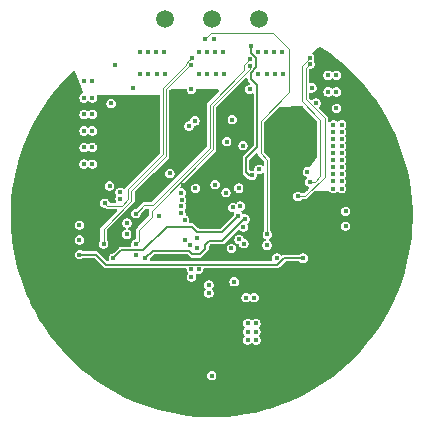
<source format=gbr>
%TF.GenerationSoftware,KiCad,Pcbnew,9.0.3*%
%TF.CreationDate,2025-09-12T10:42:05+02:00*%
%TF.ProjectId,FOC_CONTROLLER_V1,464f435f-434f-44e5-9452-4f4c4c45525f,rev?*%
%TF.SameCoordinates,Original*%
%TF.FileFunction,Copper,L4,Inr*%
%TF.FilePolarity,Positive*%
%FSLAX46Y46*%
G04 Gerber Fmt 4.6, Leading zero omitted, Abs format (unit mm)*
G04 Created by KiCad (PCBNEW 9.0.3) date 2025-09-12 10:42:05*
%MOMM*%
%LPD*%
G01*
G04 APERTURE LIST*
%TA.AperFunction,ComponentPad*%
%ADD10C,3.600000*%
%TD*%
%TA.AperFunction,ComponentPad*%
%ADD11C,1.500000*%
%TD*%
%TA.AperFunction,ViaPad*%
%ADD12C,0.400000*%
%TD*%
%TA.AperFunction,Conductor*%
%ADD13C,0.160000*%
%TD*%
%TA.AperFunction,Conductor*%
%ADD14C,0.120000*%
%TD*%
G04 APERTURE END LIST*
D10*
%TO.N,GND*%
%TO.C,TP1*%
X106717500Y-106717500D03*
%TD*%
%TO.N,GND*%
%TO.C,TP1*%
X93282500Y-106717500D03*
%TD*%
D11*
%TO.N,/OUTV*%
%TO.C,TP6*%
X100000000Y-83300000D03*
%TD*%
%TO.N,/OUTW*%
%TO.C,TP7*%
X104000000Y-83300000D03*
%TD*%
%TO.N,/OUTU*%
%TO.C,TP5*%
X96000000Y-83300000D03*
%TD*%
D10*
%TO.N,GND*%
%TO.C,TP1*%
X106717500Y-93282500D03*
%TD*%
%TO.N,GND*%
%TO.C,TP1*%
X93282500Y-93282500D03*
%TD*%
D12*
%TO.N,+3.3V*%
X98280000Y-104500000D03*
X100207500Y-85020000D03*
X103600000Y-106900000D03*
X103050000Y-110475000D03*
X98280000Y-105150000D03*
X103750000Y-110475000D03*
X101900000Y-105550000D03*
X108090000Y-96230000D03*
X102418225Y-99153663D03*
X92240000Y-97980000D03*
X103750000Y-109075000D03*
X103050000Y-109775000D03*
X101770000Y-99260000D03*
X98890000Y-104500000D03*
X103050000Y-109075000D03*
X95570000Y-99989232D03*
X92240000Y-98530003D03*
X102900000Y-106900000D03*
X104002500Y-96032500D03*
X103750000Y-109775000D03*
%TO.N,GND*%
X104300000Y-104700000D03*
X84121790Y-99167858D03*
X100000000Y-100700000D03*
X84878201Y-95086630D03*
X106800000Y-101100000D03*
X102630000Y-98280000D03*
X86665138Y-91340239D03*
X104913370Y-115121799D03*
X97512692Y-115704245D03*
X87700000Y-98150000D03*
X106467113Y-114525373D03*
X89360823Y-111816003D03*
X101662003Y-115812898D03*
X114167004Y-107218449D03*
X111242998Y-111242998D03*
X94301950Y-114843929D03*
X96400000Y-110500000D03*
X105900000Y-99000000D03*
X86230196Y-107950000D03*
X96694204Y-115552547D03*
X107800000Y-100000000D03*
X115358221Y-95884777D03*
X84641779Y-104115223D03*
X112356621Y-110006194D03*
X113334862Y-108659761D03*
X93000000Y-102200000D03*
X98170000Y-98260000D03*
X87700000Y-94230000D03*
X102487308Y-115704245D03*
X99300000Y-99300000D03*
X95884777Y-115358221D03*
X99167858Y-115878210D03*
X100700000Y-100000000D03*
X111300000Y-102100000D03*
X103934287Y-99755057D03*
X98700000Y-108100000D03*
X86665138Y-108659761D03*
X84100000Y-100000000D03*
X114167004Y-92781551D03*
X84447453Y-96694204D03*
X97900000Y-89900000D03*
X115812898Y-98337997D03*
X115878210Y-100832142D03*
X114843929Y-105698050D03*
X94270000Y-99792500D03*
X107970000Y-97680000D03*
X98337997Y-115812898D03*
X91430000Y-98230000D03*
X105698050Y-114843929D03*
X85832996Y-92781551D03*
X109345786Y-112863370D03*
X96400000Y-108100000D03*
X84121790Y-100832142D03*
X89993806Y-112356621D03*
X103305796Y-115552547D03*
X113334862Y-91340239D03*
X98700000Y-89900000D03*
X110006194Y-112356621D03*
X115552547Y-103305796D03*
X115121799Y-95086630D03*
X112200000Y-102100000D03*
X112863370Y-109345786D03*
X99300000Y-100700000D03*
X99300000Y-100000000D03*
X95230000Y-96560000D03*
X110400000Y-103350000D03*
X93532887Y-114525373D03*
X91300000Y-95900000D03*
X115358221Y-104115223D03*
X85156071Y-105698050D03*
X100000000Y-115900000D03*
X90110000Y-99430000D03*
X87643379Y-110006194D03*
X104115223Y-115358221D03*
X96420000Y-109750000D03*
X88183997Y-89360823D03*
X115704245Y-97512692D03*
X84447453Y-103305796D03*
X115812898Y-101662003D03*
X84641779Y-95884777D03*
X96630000Y-103490000D03*
X96400000Y-109000000D03*
X100700000Y-99300000D03*
X111300000Y-103350000D03*
X91540000Y-99770000D03*
X101900000Y-104717500D03*
X100832142Y-115878210D03*
X88183997Y-110639177D03*
X100000000Y-99300000D03*
X84295755Y-102487308D03*
X87700000Y-92270000D03*
X88757002Y-111242998D03*
X103400000Y-103300000D03*
X111816003Y-110639177D03*
X91340239Y-113334862D03*
X100407500Y-114100000D03*
X94150000Y-91100000D03*
X84187102Y-98337997D03*
X92050000Y-113769804D03*
X100010000Y-102530000D03*
X115704245Y-102487308D03*
X85832996Y-107218449D03*
X96000000Y-103500000D03*
X85474627Y-106467113D03*
X113769804Y-107950000D03*
X103400000Y-95900000D03*
X87136630Y-109345786D03*
X101860000Y-98050000D03*
X113769804Y-92050000D03*
X110400000Y-102100000D03*
X114525373Y-93532887D03*
X98100000Y-109800000D03*
X84878201Y-104913370D03*
X97580000Y-97400000D03*
X85474627Y-93532887D03*
X114843929Y-94301950D03*
X115121799Y-104913370D03*
X86230196Y-92050000D03*
X90080000Y-100620000D03*
X107218449Y-114167004D03*
X100700000Y-100700000D03*
X115878210Y-99167858D03*
X109500000Y-100200000D03*
X90150000Y-101910000D03*
X97550000Y-108050000D03*
X100000000Y-100000000D03*
X110639177Y-111816003D03*
X115900000Y-100000000D03*
X92960000Y-96780000D03*
X95086630Y-115121799D03*
X107950000Y-113769804D03*
X101000000Y-102600000D03*
X103000000Y-89800000D03*
X85156071Y-94301950D03*
X84187102Y-101662003D03*
X87643379Y-89993806D03*
X108659761Y-113334862D03*
X109500000Y-101400000D03*
X84295755Y-97512692D03*
X92400000Y-91100000D03*
X115552547Y-96694204D03*
X112200000Y-103350000D03*
X95800000Y-104800000D03*
X87136630Y-90654214D03*
X96500000Y-106100000D03*
X101590000Y-97350000D03*
X92781551Y-114167004D03*
X90654214Y-112863370D03*
X101870000Y-98600000D03*
X114525373Y-106467113D03*
%TO.N,/NRST*%
X88800000Y-103250000D03*
X107750000Y-103550000D03*
%TO.N,VBAT+*%
X110300000Y-95260000D03*
X99750000Y-106500000D03*
X103938000Y-87975000D03*
X89190000Y-88580000D03*
X100338000Y-87975000D03*
X110300000Y-97060000D03*
X93938000Y-87975000D03*
X111000000Y-96460000D03*
X111000000Y-94060000D03*
X89190000Y-95580000D03*
X110300000Y-97660000D03*
X111000000Y-93460000D03*
X89890000Y-91380000D03*
X111000000Y-94660000D03*
X110300000Y-94660000D03*
X111000000Y-92260000D03*
X89190000Y-89980000D03*
X89890000Y-89980000D03*
X94638000Y-87975000D03*
X89890000Y-92780000D03*
X110300000Y-94060000D03*
X109860000Y-89470000D03*
X110560000Y-88070000D03*
X101038000Y-87975000D03*
X111000000Y-92860000D03*
X111000000Y-97660000D03*
X110300000Y-96460000D03*
X104638000Y-87975000D03*
X89890000Y-94180000D03*
X110560000Y-89470000D03*
X110560000Y-90870000D03*
X89890000Y-95580000D03*
X110300000Y-92260000D03*
X98938000Y-87975000D03*
X110300000Y-93460000D03*
X105338000Y-87975000D03*
X89190000Y-91380000D03*
X110300000Y-95860000D03*
X109860000Y-88070000D03*
X111000000Y-97060000D03*
X106038000Y-87975000D03*
X95338000Y-87975000D03*
X111000000Y-95860000D03*
X110300000Y-92860000D03*
X89190000Y-92780000D03*
X96038000Y-87975000D03*
X111000000Y-95260000D03*
X99638000Y-87975000D03*
X89190000Y-94180000D03*
X89890000Y-88580000D03*
X99750000Y-105820000D03*
%TO.N,/ISNSU*%
X102250000Y-99979222D03*
X91672500Y-103550000D03*
%TO.N,/OP2O*%
X98750000Y-102700000D03*
X93610000Y-103270000D03*
%TO.N,/OP2N*%
X92800000Y-101530000D03*
X98200000Y-102430000D03*
%TO.N,/ISNSV*%
X94390000Y-103560000D03*
X102800000Y-100250000D03*
%TO.N,/BTN*%
X97420000Y-98030000D03*
X91350000Y-97427500D03*
%TO.N,Net-(IC1-PA5)*%
X104700000Y-101550000D03*
X99392500Y-85020000D03*
%TO.N,/SHUNT+AFTER*%
X103400000Y-96550000D03*
X103340000Y-85550000D03*
%TO.N,/LSU*%
X96450000Y-96380000D03*
X91480000Y-90457500D03*
%TO.N,/HSW*%
X102284266Y-97625734D03*
X108830000Y-90425000D03*
%TO.N,/LSW*%
X102650000Y-94030000D03*
X100286889Y-97324999D03*
%TO.N,/SPI2_CS*%
X97390000Y-99770000D03*
%TO.N,/OP2P*%
X97750000Y-102010000D03*
X92830000Y-100580000D03*
%TO.N,/SPI2_MOSI*%
X98780000Y-101870000D03*
%TO.N,/UART_TX*%
X102711830Y-102330000D03*
X111323885Y-100836500D03*
%TO.N,/SWCLK*%
X97419527Y-99152966D03*
X88800000Y-102000000D03*
%TO.N,Net-(D8-A)*%
X101664482Y-102724915D03*
X100000000Y-113500000D03*
%TO.N,/MGL*%
X102675141Y-100910002D03*
X98620000Y-97640000D03*
%TO.N,/UART_RX*%
X111323885Y-99586500D03*
X104670000Y-102460000D03*
%TO.N,/SWDIO*%
X97444761Y-98603543D03*
X88800000Y-100750000D03*
%TO.N,/SPI2_MISO*%
X97710000Y-100320000D03*
%TO.N,/MGH*%
X102301875Y-101963340D03*
%TO.N,Net-(IC2-SCLK)*%
X105505000Y-103550000D03*
X101200000Y-98000000D03*
%TO.N,/SHUNT+U*%
X90930000Y-98890000D03*
X98300000Y-86650000D03*
%TO.N,Net-(Q1-G2)*%
X91830000Y-87200000D03*
X93950000Y-86075000D03*
%TO.N,Net-(Q1-G1)*%
X93290000Y-89190000D03*
X98075000Y-92367500D03*
%TO.N,/SHUNT+V*%
X93570000Y-99782500D03*
X103250000Y-86710000D03*
%TO.N,Net-(Q2-G2)*%
X98567326Y-91927624D03*
X98950000Y-86075000D03*
%TO.N,Net-(Q2-G1)*%
X98270000Y-89260000D03*
X101270000Y-93680000D03*
%TO.N,/SHUNT+W*%
X108310000Y-97090000D03*
X108297464Y-86595515D03*
%TO.N,Net-(Q3-G2)*%
X103950000Y-86075000D03*
X101736608Y-91819688D03*
%TO.N,Net-(Q3-G1)*%
X103220000Y-89260000D03*
X108475000Y-89140000D03*
%TO.N,Net-(Q1-S2)*%
X95275000Y-86075000D03*
X94575000Y-86075000D03*
X95975000Y-86075000D03*
%TO.N,Net-(Q2-S2)*%
X99575000Y-86075000D03*
X100275000Y-86075000D03*
X100975000Y-86075000D03*
%TO.N,Net-(Q3-S2)*%
X105975000Y-86075000D03*
X105275000Y-86075000D03*
X104575000Y-86075000D03*
%TO.N,/SHUNT-W*%
X108320000Y-87120000D03*
X107280000Y-98320000D03*
%TO.N,/SHUNT-U*%
X90840000Y-102345000D03*
X98220000Y-87230000D03*
%TO.N,/SHUNT-V*%
X103260000Y-87270000D03*
X93580000Y-102367500D03*
%TD*%
D13*
%TO.N,/NRST*%
X88800000Y-103250000D02*
X90210000Y-103250000D01*
X105554527Y-104110000D02*
X106114527Y-103550000D01*
X106114527Y-103550000D02*
X107750000Y-103550000D01*
X90210000Y-103250000D02*
X91070000Y-104110000D01*
X91070000Y-104110000D02*
X105554527Y-104110000D01*
%TO.N,/ISNSU*%
X100899222Y-101330000D02*
X102250000Y-99979222D01*
X98790000Y-101330000D02*
X100899222Y-101330000D01*
X91672500Y-103550000D02*
X92342500Y-102880000D01*
X98338527Y-100878527D02*
X98790000Y-101330000D01*
X96211473Y-100878527D02*
X98338527Y-100878527D01*
X94210000Y-102880000D02*
X96211473Y-100878527D01*
X92342500Y-102880000D02*
X94210000Y-102880000D01*
%TO.N,/ISNSV*%
X98330000Y-103220000D02*
X98040000Y-102930000D01*
X98040000Y-102930000D02*
X95020000Y-102930000D01*
X99450000Y-102420000D02*
X99450000Y-102740000D01*
X99450000Y-102740000D02*
X98970000Y-103220000D01*
X102725616Y-100250000D02*
X100876616Y-102099000D01*
X99771000Y-102099000D02*
X99450000Y-102420000D01*
X102800000Y-100250000D02*
X102725616Y-100250000D01*
X98970000Y-103220000D02*
X98330000Y-103220000D01*
X100876616Y-102099000D02*
X99771000Y-102099000D01*
X95020000Y-102930000D02*
X94390000Y-103560000D01*
D14*
%TO.N,Net-(IC1-PA5)*%
X99910000Y-84500000D02*
X105200000Y-84500000D01*
X104150000Y-91930000D02*
X104150000Y-94690000D01*
X104700000Y-95240000D02*
X104700000Y-101550000D01*
X106570000Y-89510000D02*
X104150000Y-91930000D01*
X106570000Y-85870000D02*
X106570000Y-89510000D01*
D13*
X104700000Y-101550000D02*
X104692500Y-101542500D01*
D14*
X105200000Y-84500000D02*
X106570000Y-85870000D01*
X99392500Y-85020000D02*
X99392500Y-85017500D01*
X99392500Y-85017500D02*
X99910000Y-84500000D01*
X104150000Y-94690000D02*
X104700000Y-95240000D01*
D13*
%TO.N,/SHUNT+AFTER*%
X103310000Y-88380000D02*
X103840000Y-88910000D01*
X103770000Y-87400000D02*
X103310000Y-87860000D01*
X103840000Y-88910000D02*
X103840000Y-94160000D01*
X103310000Y-87860000D02*
X103310000Y-88380000D01*
X103340000Y-86200000D02*
X103770000Y-86630000D01*
X103150000Y-96550000D02*
X103400000Y-96550000D01*
X102900000Y-95100000D02*
X102900000Y-96300000D01*
X103840000Y-94160000D02*
X102900000Y-95100000D01*
X102900000Y-96300000D02*
X103150000Y-96550000D01*
X103340000Y-85550000D02*
X103340000Y-86200000D01*
X103770000Y-86630000D02*
X103770000Y-87400000D01*
D14*
%TO.N,/SHUNT+U*%
X95870000Y-89130000D02*
X97780000Y-87220000D01*
X97780000Y-87220000D02*
X97780000Y-87090000D01*
X98150000Y-86800000D02*
X98300000Y-86650000D01*
X97780000Y-87090000D02*
X98070000Y-86800000D01*
X91150000Y-99110000D02*
X92360000Y-99110000D01*
X92360000Y-99110000D02*
X92950000Y-98520000D01*
X90930000Y-98890000D02*
X91150000Y-99110000D01*
X98070000Y-86800000D02*
X98150000Y-86800000D01*
X92950000Y-98520000D02*
X92950000Y-97660000D01*
X92950000Y-97660000D02*
X95870000Y-94740000D01*
X95870000Y-94740000D02*
X95870000Y-89130000D01*
%TO.N,/SHUNT+V*%
X99830000Y-94260000D02*
X99830000Y-90550000D01*
X93570000Y-99782500D02*
X93587500Y-99782500D01*
X102750000Y-87210000D02*
X103250000Y-86710000D01*
X93587500Y-99782500D02*
X94280000Y-99090000D01*
X102750000Y-87630000D02*
X102750000Y-87210000D01*
X95000000Y-99090000D02*
X99830000Y-94260000D01*
X99830000Y-90550000D02*
X102750000Y-87630000D01*
X94280000Y-99090000D02*
X95000000Y-99090000D01*
%TO.N,/SHUNT+W*%
X109200000Y-96600000D02*
X109200000Y-91840000D01*
X108710000Y-97090000D02*
X109200000Y-96600000D01*
X109200000Y-91840000D02*
X107630000Y-90270000D01*
X107630000Y-87262979D02*
X108297464Y-86595515D01*
X107630000Y-90270000D02*
X107630000Y-87262979D01*
X108310000Y-97090000D02*
X108710000Y-97090000D01*
%TO.N,/SHUNT-W*%
X107910000Y-98320000D02*
X109560000Y-96670000D01*
X109560000Y-91700000D02*
X107960000Y-90100000D01*
X109560000Y-96670000D02*
X109560000Y-91700000D01*
X107280000Y-98320000D02*
X107910000Y-98320000D01*
X107960000Y-87480000D02*
X108320000Y-87120000D01*
X107960000Y-90100000D02*
X107960000Y-87480000D01*
%TO.N,/SHUNT-U*%
X96140000Y-89240000D02*
X96140000Y-94900000D01*
X98150000Y-87230000D02*
X96140000Y-89240000D01*
X98220000Y-87230000D02*
X98150000Y-87230000D01*
X93200000Y-98690000D02*
X90840000Y-101050000D01*
X90840000Y-101050000D02*
X90840000Y-102345000D01*
X96140000Y-94900000D02*
X93200000Y-97840000D01*
X93200000Y-97840000D02*
X93200000Y-98690000D01*
%TO.N,/SHUNT-V*%
X103260000Y-87550000D02*
X100110000Y-90700000D01*
X100110000Y-90700000D02*
X100110000Y-94350000D01*
X103260000Y-87270000D02*
X103260000Y-87550000D01*
X100110000Y-94350000D02*
X94910000Y-99550000D01*
X94910000Y-99550000D02*
X94910000Y-100090000D01*
X94910000Y-100090000D02*
X93870000Y-101130000D01*
X93870000Y-102077500D02*
X93580000Y-102367500D01*
X93870000Y-101130000D02*
X93870000Y-102077500D01*
%TD*%
%TA.AperFunction,Conductor*%
%TO.N,GND*%
G36*
X109197590Y-85687471D02*
G01*
X109209139Y-85694640D01*
X109315126Y-85760424D01*
X109319087Y-85763017D01*
X109980745Y-86218983D01*
X109986238Y-86222768D01*
X109990070Y-86225546D01*
X110406268Y-86542789D01*
X110634475Y-86716738D01*
X110638176Y-86719702D01*
X111258316Y-87241183D01*
X111261851Y-87244303D01*
X111807335Y-87749518D01*
X111856301Y-87794869D01*
X111859702Y-87798173D01*
X112427126Y-88376591D01*
X112430364Y-88380055D01*
X112969398Y-88984929D01*
X112972467Y-88988543D01*
X113481969Y-89618594D01*
X113484857Y-89622345D01*
X113959464Y-90270413D01*
X113963578Y-90276031D01*
X113966284Y-90279917D01*
X114047294Y-90402439D01*
X114413164Y-90955788D01*
X114415684Y-90959805D01*
X114829694Y-91656305D01*
X114832018Y-91660438D01*
X115212191Y-92375937D01*
X115214315Y-92380176D01*
X115559795Y-93113066D01*
X115561714Y-93117402D01*
X115871716Y-93866020D01*
X115873424Y-93870443D01*
X116147214Y-94633014D01*
X116148709Y-94637514D01*
X116385674Y-95412325D01*
X116386952Y-95416891D01*
X116586547Y-96202168D01*
X116587605Y-96206791D01*
X116749371Y-97000726D01*
X116750206Y-97005393D01*
X116873770Y-97806151D01*
X116874381Y-97810854D01*
X116959461Y-98616622D01*
X116959846Y-98621347D01*
X117006248Y-99430266D01*
X117006406Y-99435005D01*
X117014022Y-100245210D01*
X117013953Y-100249952D01*
X116982766Y-101059596D01*
X116982470Y-101064328D01*
X116912552Y-101871543D01*
X116912030Y-101876256D01*
X116803537Y-102679224D01*
X116802789Y-102683906D01*
X116655982Y-103480706D01*
X116655012Y-103485348D01*
X116470209Y-104274259D01*
X116469017Y-104278848D01*
X116246661Y-105057973D01*
X116245251Y-105062500D01*
X115985842Y-105830086D01*
X115984217Y-105834541D01*
X115688343Y-106588852D01*
X115686506Y-106593223D01*
X115354866Y-107332472D01*
X115352822Y-107336751D01*
X114986164Y-108059276D01*
X114983918Y-108063452D01*
X114583071Y-108767616D01*
X114580627Y-108771679D01*
X114146536Y-109455823D01*
X114143900Y-109459765D01*
X113677552Y-110122334D01*
X113674731Y-110126145D01*
X113177174Y-110765648D01*
X113174173Y-110769319D01*
X112646600Y-111384223D01*
X112643428Y-111387747D01*
X112086985Y-111976721D01*
X112083647Y-111980089D01*
X111499643Y-112541741D01*
X111496147Y-112544945D01*
X110885944Y-113077969D01*
X110882300Y-113081002D01*
X110247249Y-113584217D01*
X110243463Y-113587072D01*
X109585054Y-114059297D01*
X109581136Y-114061967D01*
X108900876Y-114502120D01*
X108896834Y-114504600D01*
X108196267Y-114911683D01*
X108192111Y-114913966D01*
X107472880Y-115287025D01*
X107468620Y-115289107D01*
X106732340Y-115627304D01*
X106727985Y-115629180D01*
X105976346Y-115931741D01*
X105971906Y-115933406D01*
X105206641Y-116199628D01*
X105202127Y-116201078D01*
X104424991Y-116430354D01*
X104420412Y-116431586D01*
X103633214Y-116623382D01*
X103628582Y-116624394D01*
X102833082Y-116778281D01*
X102828406Y-116779070D01*
X102026452Y-116894690D01*
X102021744Y-116895254D01*
X101215177Y-116972343D01*
X101210447Y-116972681D01*
X100401111Y-117011060D01*
X100396371Y-117011171D01*
X99586130Y-117010755D01*
X99581390Y-117010639D01*
X98772091Y-116971426D01*
X98767362Y-116971083D01*
X97960877Y-116893165D01*
X97956169Y-116892596D01*
X97154352Y-116776154D01*
X97149677Y-116775361D01*
X96354317Y-116620652D01*
X96349686Y-116619635D01*
X95562684Y-116427030D01*
X95558106Y-116425793D01*
X94781202Y-116195717D01*
X94776699Y-116194265D01*
X94423313Y-116070920D01*
X94011723Y-115927260D01*
X94007285Y-115925591D01*
X93255950Y-115622256D01*
X93251597Y-115620376D01*
X92515665Y-115281420D01*
X92511407Y-115279334D01*
X91792534Y-114905523D01*
X91788381Y-114903235D01*
X91088244Y-114495437D01*
X91084210Y-114492956D01*
X90404390Y-114052094D01*
X90400475Y-114049419D01*
X89742577Y-113576537D01*
X89738794Y-113573679D01*
X89579608Y-113447273D01*
X99599500Y-113447273D01*
X99599500Y-113552727D01*
X99608703Y-113587072D01*
X99626794Y-113654589D01*
X99626794Y-113654590D01*
X99679518Y-113745910D01*
X99679520Y-113745913D01*
X99754087Y-113820480D01*
X99845413Y-113873207D01*
X99947273Y-113900500D01*
X99947275Y-113900500D01*
X100052725Y-113900500D01*
X100052727Y-113900500D01*
X100154587Y-113873207D01*
X100245913Y-113820480D01*
X100320480Y-113745913D01*
X100373207Y-113654587D01*
X100400500Y-113552727D01*
X100400500Y-113447273D01*
X100373207Y-113345413D01*
X100320480Y-113254087D01*
X100245913Y-113179520D01*
X100154587Y-113126793D01*
X100052727Y-113099500D01*
X99947273Y-113099500D01*
X99845413Y-113126793D01*
X99845412Y-113126793D01*
X99845410Y-113126794D01*
X99845409Y-113126794D01*
X99754089Y-113179518D01*
X99679518Y-113254089D01*
X99626794Y-113345409D01*
X99626794Y-113345410D01*
X99626793Y-113345412D01*
X99626793Y-113345413D01*
X99599500Y-113447273D01*
X89579608Y-113447273D01*
X89104248Y-113069801D01*
X89100628Y-113066782D01*
X88684555Y-112702580D01*
X88490942Y-112533103D01*
X88487450Y-112529895D01*
X87904046Y-111967663D01*
X87900711Y-111964292D01*
X87357131Y-111387747D01*
X87344863Y-111374734D01*
X87341717Y-111371233D01*
X86814747Y-110755751D01*
X86811751Y-110752076D01*
X86314860Y-110112073D01*
X86312042Y-110108259D01*
X85846372Y-109445205D01*
X85843741Y-109441261D01*
X85607911Y-109068738D01*
X85578496Y-109022273D01*
X102649500Y-109022273D01*
X102649500Y-109127727D01*
X102676793Y-109229587D01*
X102676794Y-109229589D01*
X102676794Y-109229590D01*
X102729518Y-109320910D01*
X102729520Y-109320913D01*
X102763605Y-109354998D01*
X102791381Y-109409513D01*
X102781810Y-109469945D01*
X102763606Y-109495000D01*
X102729520Y-109529087D01*
X102729518Y-109529089D01*
X102676794Y-109620409D01*
X102676794Y-109620410D01*
X102676793Y-109620412D01*
X102676793Y-109620413D01*
X102649500Y-109722273D01*
X102649500Y-109827727D01*
X102676793Y-109929587D01*
X102676794Y-109929589D01*
X102676794Y-109929590D01*
X102729518Y-110020910D01*
X102729520Y-110020913D01*
X102763605Y-110054998D01*
X102791381Y-110109513D01*
X102781810Y-110169945D01*
X102763606Y-110195000D01*
X102729520Y-110229087D01*
X102729518Y-110229089D01*
X102676794Y-110320409D01*
X102676794Y-110320410D01*
X102676793Y-110320412D01*
X102676793Y-110320413D01*
X102649500Y-110422273D01*
X102649500Y-110527727D01*
X102676793Y-110629587D01*
X102676794Y-110629589D01*
X102676794Y-110629590D01*
X102729518Y-110720910D01*
X102729520Y-110720913D01*
X102804087Y-110795480D01*
X102895413Y-110848207D01*
X102997273Y-110875500D01*
X102997275Y-110875500D01*
X103102725Y-110875500D01*
X103102727Y-110875500D01*
X103204587Y-110848207D01*
X103295913Y-110795480D01*
X103329998Y-110761394D01*
X103384513Y-110733619D01*
X103444945Y-110743190D01*
X103470000Y-110761393D01*
X103504087Y-110795480D01*
X103595413Y-110848207D01*
X103697273Y-110875500D01*
X103697275Y-110875500D01*
X103802725Y-110875500D01*
X103802727Y-110875500D01*
X103904587Y-110848207D01*
X103995913Y-110795480D01*
X104070480Y-110720913D01*
X104123207Y-110629587D01*
X104150500Y-110527727D01*
X104150500Y-110422273D01*
X104123207Y-110320413D01*
X104070480Y-110229087D01*
X104036394Y-110195001D01*
X104008619Y-110140487D01*
X104018190Y-110080055D01*
X104036393Y-110054999D01*
X104070480Y-110020913D01*
X104123207Y-109929587D01*
X104150500Y-109827727D01*
X104150500Y-109722273D01*
X104123207Y-109620413D01*
X104070480Y-109529087D01*
X104036394Y-109495001D01*
X104008619Y-109440487D01*
X104018190Y-109380055D01*
X104036393Y-109354999D01*
X104070480Y-109320913D01*
X104123207Y-109229587D01*
X104150500Y-109127727D01*
X104150500Y-109022273D01*
X104123207Y-108920413D01*
X104070480Y-108829087D01*
X103995913Y-108754520D01*
X103904587Y-108701793D01*
X103802727Y-108674500D01*
X103697273Y-108674500D01*
X103595413Y-108701793D01*
X103595412Y-108701793D01*
X103595410Y-108701794D01*
X103595409Y-108701794D01*
X103504089Y-108754518D01*
X103504087Y-108754519D01*
X103504087Y-108754520D01*
X103470001Y-108788605D01*
X103415487Y-108816381D01*
X103355055Y-108806810D01*
X103329999Y-108788606D01*
X103295913Y-108754520D01*
X103204587Y-108701793D01*
X103102727Y-108674500D01*
X102997273Y-108674500D01*
X102895413Y-108701793D01*
X102895412Y-108701793D01*
X102895410Y-108701794D01*
X102895409Y-108701794D01*
X102804089Y-108754518D01*
X102729518Y-108829089D01*
X102676794Y-108920409D01*
X102676794Y-108920410D01*
X102676793Y-108920412D01*
X102676793Y-108920413D01*
X102649500Y-109022273D01*
X85578496Y-109022273D01*
X85410356Y-108756676D01*
X85407916Y-108752610D01*
X85007799Y-108048044D01*
X85005557Y-108043866D01*
X84814913Y-107667229D01*
X84639641Y-107320960D01*
X84637603Y-107316683D01*
X84594564Y-107220481D01*
X84306714Y-106577071D01*
X84304884Y-106572703D01*
X84297071Y-106552725D01*
X84070987Y-105974590D01*
X84009788Y-105818094D01*
X84008168Y-105813640D01*
X83992551Y-105767273D01*
X99349500Y-105767273D01*
X99349500Y-105872727D01*
X99363026Y-105923207D01*
X99376794Y-105974589D01*
X99376794Y-105974590D01*
X99429518Y-106065910D01*
X99429520Y-106065913D01*
X99453605Y-106089998D01*
X99481381Y-106144513D01*
X99471810Y-106204945D01*
X99453606Y-106230000D01*
X99429520Y-106254087D01*
X99429518Y-106254089D01*
X99376794Y-106345409D01*
X99376794Y-106345410D01*
X99376793Y-106345412D01*
X99376793Y-106345413D01*
X99349500Y-106447273D01*
X99349500Y-106552727D01*
X99359180Y-106588852D01*
X99376794Y-106654589D01*
X99376794Y-106654590D01*
X99429231Y-106745413D01*
X99429520Y-106745913D01*
X99504087Y-106820480D01*
X99595413Y-106873207D01*
X99697273Y-106900500D01*
X99697275Y-106900500D01*
X99802725Y-106900500D01*
X99802727Y-106900500D01*
X99904587Y-106873207D01*
X99949506Y-106847273D01*
X102499500Y-106847273D01*
X102499500Y-106952727D01*
X102526793Y-107054587D01*
X102526794Y-107054589D01*
X102526794Y-107054590D01*
X102579518Y-107145910D01*
X102579520Y-107145913D01*
X102654087Y-107220480D01*
X102745413Y-107273207D01*
X102847273Y-107300500D01*
X102847275Y-107300500D01*
X102952725Y-107300500D01*
X102952727Y-107300500D01*
X103054587Y-107273207D01*
X103145913Y-107220480D01*
X103179998Y-107186394D01*
X103234513Y-107158619D01*
X103294945Y-107168190D01*
X103320000Y-107186393D01*
X103354087Y-107220480D01*
X103445413Y-107273207D01*
X103547273Y-107300500D01*
X103547275Y-107300500D01*
X103652725Y-107300500D01*
X103652727Y-107300500D01*
X103754587Y-107273207D01*
X103845913Y-107220480D01*
X103920480Y-107145913D01*
X103973207Y-107054587D01*
X104000500Y-106952727D01*
X104000500Y-106847273D01*
X103973207Y-106745413D01*
X103920480Y-106654087D01*
X103845913Y-106579520D01*
X103754587Y-106526793D01*
X103652727Y-106499500D01*
X103547273Y-106499500D01*
X103445413Y-106526793D01*
X103445412Y-106526793D01*
X103445410Y-106526794D01*
X103445409Y-106526794D01*
X103354089Y-106579518D01*
X103354087Y-106579519D01*
X103354087Y-106579520D01*
X103320001Y-106613605D01*
X103265487Y-106641381D01*
X103205055Y-106631810D01*
X103179999Y-106613606D01*
X103145913Y-106579520D01*
X103054587Y-106526793D01*
X102952727Y-106499500D01*
X102847273Y-106499500D01*
X102745413Y-106526793D01*
X102745412Y-106526793D01*
X102745410Y-106526794D01*
X102745409Y-106526794D01*
X102654089Y-106579518D01*
X102579518Y-106654089D01*
X102526794Y-106745409D01*
X102526794Y-106745410D01*
X102526793Y-106745412D01*
X102526793Y-106745413D01*
X102499500Y-106847273D01*
X99949506Y-106847273D01*
X99995913Y-106820480D01*
X100070480Y-106745913D01*
X100123207Y-106654587D01*
X100150500Y-106552727D01*
X100150500Y-106447273D01*
X100123207Y-106345413D01*
X100070480Y-106254087D01*
X100046394Y-106230001D01*
X100018619Y-106175487D01*
X100028190Y-106115055D01*
X100046393Y-106089999D01*
X100070480Y-106065913D01*
X100123207Y-105974587D01*
X100150500Y-105872727D01*
X100150500Y-105767273D01*
X100123207Y-105665413D01*
X100070480Y-105574087D01*
X99995913Y-105499520D01*
X99992021Y-105497273D01*
X101499500Y-105497273D01*
X101499500Y-105602727D01*
X101526793Y-105704587D01*
X101526794Y-105704589D01*
X101526794Y-105704590D01*
X101579518Y-105795910D01*
X101579520Y-105795913D01*
X101654087Y-105870480D01*
X101745413Y-105923207D01*
X101847273Y-105950500D01*
X101847275Y-105950500D01*
X101952725Y-105950500D01*
X101952727Y-105950500D01*
X102054587Y-105923207D01*
X102145913Y-105870480D01*
X102220480Y-105795913D01*
X102273207Y-105704587D01*
X102300500Y-105602727D01*
X102300500Y-105497273D01*
X102273207Y-105395413D01*
X102220480Y-105304087D01*
X102145913Y-105229520D01*
X102054587Y-105176793D01*
X101952727Y-105149500D01*
X101847273Y-105149500D01*
X101745413Y-105176793D01*
X101745412Y-105176793D01*
X101745410Y-105176794D01*
X101745409Y-105176794D01*
X101654089Y-105229518D01*
X101579518Y-105304089D01*
X101526794Y-105395409D01*
X101526794Y-105395410D01*
X101526793Y-105395412D01*
X101526793Y-105395413D01*
X101499500Y-105497273D01*
X99992021Y-105497273D01*
X99904589Y-105446794D01*
X99904588Y-105446793D01*
X99904587Y-105446793D01*
X99802727Y-105419500D01*
X99697273Y-105419500D01*
X99595413Y-105446793D01*
X99595412Y-105446793D01*
X99595410Y-105446794D01*
X99595409Y-105446794D01*
X99504089Y-105499518D01*
X99429518Y-105574089D01*
X99376794Y-105665409D01*
X99376794Y-105665410D01*
X99376793Y-105665412D01*
X99376793Y-105665413D01*
X99349500Y-105767273D01*
X83992551Y-105767273D01*
X83749547Y-105045778D01*
X83748153Y-105041289D01*
X83547213Y-104334453D01*
X83526587Y-104261897D01*
X83525400Y-104257306D01*
X83447499Y-103923205D01*
X83341410Y-103468213D01*
X83340453Y-103463615D01*
X83194449Y-102666569D01*
X83193716Y-102661945D01*
X83097902Y-101947273D01*
X88399500Y-101947273D01*
X88399500Y-102052727D01*
X88426793Y-102154587D01*
X88426794Y-102154589D01*
X88426794Y-102154590D01*
X88479518Y-102245910D01*
X88479520Y-102245913D01*
X88554087Y-102320480D01*
X88645413Y-102373207D01*
X88747273Y-102400500D01*
X88747275Y-102400500D01*
X88852725Y-102400500D01*
X88852727Y-102400500D01*
X88954587Y-102373207D01*
X89045913Y-102320480D01*
X89120480Y-102245913D01*
X89173207Y-102154587D01*
X89200500Y-102052727D01*
X89200500Y-101947273D01*
X89173207Y-101845413D01*
X89168705Y-101837616D01*
X89120481Y-101754089D01*
X89120480Y-101754087D01*
X89045913Y-101679520D01*
X89044851Y-101678907D01*
X88954589Y-101626794D01*
X88954588Y-101626793D01*
X88954587Y-101626793D01*
X88852727Y-101599500D01*
X88747273Y-101599500D01*
X88645413Y-101626793D01*
X88645412Y-101626793D01*
X88645410Y-101626794D01*
X88645409Y-101626794D01*
X88554089Y-101679518D01*
X88479518Y-101754089D01*
X88426794Y-101845409D01*
X88426794Y-101845410D01*
X88426793Y-101845412D01*
X88426793Y-101845413D01*
X88399500Y-101947273D01*
X83097902Y-101947273D01*
X83086047Y-101858848D01*
X83085532Y-101854146D01*
X83016442Y-101046842D01*
X83016155Y-101042180D01*
X83003224Y-100697273D01*
X88399500Y-100697273D01*
X88399500Y-100802727D01*
X88426218Y-100902440D01*
X88426794Y-100904589D01*
X88426794Y-100904590D01*
X88476735Y-100991089D01*
X88479520Y-100995913D01*
X88554087Y-101070480D01*
X88645413Y-101123207D01*
X88747273Y-101150500D01*
X88747275Y-101150500D01*
X88852725Y-101150500D01*
X88852727Y-101150500D01*
X88954587Y-101123207D01*
X89045913Y-101070480D01*
X89120480Y-100995913D01*
X89173207Y-100904587D01*
X89200500Y-100802727D01*
X89200500Y-100697273D01*
X89173207Y-100595413D01*
X89167429Y-100585406D01*
X89133866Y-100527273D01*
X89120480Y-100504087D01*
X89045913Y-100429520D01*
X89038799Y-100425413D01*
X88954589Y-100376794D01*
X88954588Y-100376793D01*
X88954587Y-100376793D01*
X88852727Y-100349500D01*
X88747273Y-100349500D01*
X88645413Y-100376793D01*
X88645412Y-100376793D01*
X88645410Y-100376794D01*
X88645409Y-100376794D01*
X88554089Y-100429518D01*
X88479518Y-100504089D01*
X88426794Y-100595409D01*
X88426794Y-100595410D01*
X88426793Y-100595412D01*
X88426793Y-100595413D01*
X88399500Y-100697273D01*
X83003224Y-100697273D01*
X82985797Y-100232418D01*
X82985734Y-100227739D01*
X82994183Y-99417499D01*
X82994346Y-99412772D01*
X82994950Y-99402439D01*
X83041580Y-98603899D01*
X83041970Y-98599176D01*
X83043724Y-98582728D01*
X83127881Y-97793474D01*
X83128491Y-97788817D01*
X83192818Y-97374773D01*
X90949500Y-97374773D01*
X90949500Y-97480227D01*
X90976100Y-97579500D01*
X90976794Y-97582089D01*
X90976794Y-97582090D01*
X91021499Y-97659520D01*
X91029520Y-97673413D01*
X91104087Y-97747980D01*
X91195413Y-97800707D01*
X91297273Y-97828000D01*
X91297275Y-97828000D01*
X91402725Y-97828000D01*
X91402727Y-97828000D01*
X91504587Y-97800707D01*
X91595913Y-97747980D01*
X91670480Y-97673413D01*
X91723207Y-97582087D01*
X91750500Y-97480227D01*
X91750500Y-97374773D01*
X91723207Y-97272913D01*
X91722837Y-97272273D01*
X91670481Y-97181589D01*
X91670480Y-97181587D01*
X91595913Y-97107020D01*
X91547533Y-97079088D01*
X91504589Y-97054294D01*
X91504588Y-97054293D01*
X91504587Y-97054293D01*
X91402727Y-97027000D01*
X91297273Y-97027000D01*
X91195413Y-97054293D01*
X91195412Y-97054293D01*
X91195410Y-97054294D01*
X91195409Y-97054294D01*
X91104089Y-97107018D01*
X91029518Y-97181589D01*
X90976794Y-97272909D01*
X90976794Y-97272910D01*
X90976793Y-97272912D01*
X90976793Y-97272913D01*
X90949500Y-97374773D01*
X83192818Y-97374773D01*
X83252886Y-96988143D01*
X83253718Y-96983520D01*
X83416307Y-96189720D01*
X83417358Y-96185144D01*
X83585291Y-95527273D01*
X88789500Y-95527273D01*
X88789500Y-95632727D01*
X88816664Y-95734104D01*
X88816794Y-95734589D01*
X88816794Y-95734590D01*
X88869518Y-95825910D01*
X88869520Y-95825913D01*
X88944087Y-95900480D01*
X89035413Y-95953207D01*
X89137273Y-95980500D01*
X89137275Y-95980500D01*
X89242725Y-95980500D01*
X89242727Y-95980500D01*
X89344587Y-95953207D01*
X89435913Y-95900480D01*
X89469998Y-95866394D01*
X89524513Y-95838619D01*
X89584945Y-95848190D01*
X89610000Y-95866393D01*
X89644087Y-95900480D01*
X89735413Y-95953207D01*
X89837273Y-95980500D01*
X89837275Y-95980500D01*
X89942725Y-95980500D01*
X89942727Y-95980500D01*
X90044587Y-95953207D01*
X90135913Y-95900480D01*
X90210480Y-95825913D01*
X90263207Y-95734587D01*
X90290500Y-95632727D01*
X90290500Y-95527273D01*
X90263207Y-95425413D01*
X90245930Y-95395489D01*
X90210481Y-95334089D01*
X90210480Y-95334087D01*
X90135913Y-95259520D01*
X90131884Y-95257194D01*
X90044589Y-95206794D01*
X90044588Y-95206793D01*
X90044587Y-95206793D01*
X89942727Y-95179500D01*
X89837273Y-95179500D01*
X89735413Y-95206793D01*
X89735412Y-95206793D01*
X89735410Y-95206794D01*
X89735409Y-95206794D01*
X89644089Y-95259518D01*
X89644087Y-95259519D01*
X89644087Y-95259520D01*
X89610001Y-95293605D01*
X89555487Y-95321381D01*
X89495055Y-95311810D01*
X89469999Y-95293606D01*
X89435913Y-95259520D01*
X89431884Y-95257194D01*
X89344589Y-95206794D01*
X89344588Y-95206793D01*
X89344587Y-95206793D01*
X89242727Y-95179500D01*
X89137273Y-95179500D01*
X89035413Y-95206793D01*
X89035412Y-95206793D01*
X89035410Y-95206794D01*
X89035409Y-95206794D01*
X88944089Y-95259518D01*
X88869518Y-95334089D01*
X88816794Y-95425409D01*
X88816794Y-95425410D01*
X88816793Y-95425412D01*
X88816793Y-95425413D01*
X88789500Y-95527273D01*
X83585291Y-95527273D01*
X83617767Y-95400050D01*
X83619048Y-95395489D01*
X83679362Y-95199003D01*
X83856815Y-94620902D01*
X83858315Y-94616405D01*
X83881079Y-94553207D01*
X84034499Y-94127273D01*
X88789500Y-94127273D01*
X88789500Y-94232727D01*
X88795410Y-94254782D01*
X88816794Y-94334589D01*
X88816794Y-94334590D01*
X88862692Y-94414087D01*
X88869520Y-94425913D01*
X88944087Y-94500480D01*
X89035413Y-94553207D01*
X89137273Y-94580500D01*
X89137275Y-94580500D01*
X89242725Y-94580500D01*
X89242727Y-94580500D01*
X89344587Y-94553207D01*
X89435913Y-94500480D01*
X89469998Y-94466394D01*
X89524513Y-94438619D01*
X89584945Y-94448190D01*
X89610000Y-94466393D01*
X89644087Y-94500480D01*
X89735413Y-94553207D01*
X89837273Y-94580500D01*
X89837275Y-94580500D01*
X89942725Y-94580500D01*
X89942727Y-94580500D01*
X90044587Y-94553207D01*
X90135913Y-94500480D01*
X90210480Y-94425913D01*
X90263207Y-94334587D01*
X90290500Y-94232727D01*
X90290500Y-94127273D01*
X90263207Y-94025413D01*
X90252734Y-94007274D01*
X90210481Y-93934089D01*
X90210480Y-93934087D01*
X90135913Y-93859520D01*
X90092731Y-93834589D01*
X90044589Y-93806794D01*
X90044588Y-93806793D01*
X90044587Y-93806793D01*
X89942727Y-93779500D01*
X89837273Y-93779500D01*
X89735413Y-93806793D01*
X89735412Y-93806793D01*
X89735410Y-93806794D01*
X89735409Y-93806794D01*
X89644089Y-93859518D01*
X89644087Y-93859519D01*
X89644087Y-93859520D01*
X89610001Y-93893605D01*
X89555487Y-93921381D01*
X89495055Y-93911810D01*
X89469999Y-93893606D01*
X89435913Y-93859520D01*
X89392731Y-93834589D01*
X89344589Y-93806794D01*
X89344588Y-93806793D01*
X89344587Y-93806793D01*
X89242727Y-93779500D01*
X89137273Y-93779500D01*
X89035413Y-93806793D01*
X89035412Y-93806793D01*
X89035410Y-93806794D01*
X89035409Y-93806794D01*
X88944089Y-93859518D01*
X88869518Y-93934089D01*
X88816794Y-94025409D01*
X88816794Y-94025410D01*
X88816793Y-94025412D01*
X88816793Y-94025413D01*
X88789500Y-94127273D01*
X84034499Y-94127273D01*
X84132895Y-93854100D01*
X84134594Y-93849714D01*
X84445381Y-93101381D01*
X84447280Y-93097100D01*
X84622080Y-92727273D01*
X88789500Y-92727273D01*
X88789500Y-92832727D01*
X88810936Y-92912727D01*
X88816794Y-92934589D01*
X88816794Y-92934590D01*
X88862981Y-93014587D01*
X88869520Y-93025913D01*
X88944087Y-93100480D01*
X89035413Y-93153207D01*
X89137273Y-93180500D01*
X89137275Y-93180500D01*
X89242725Y-93180500D01*
X89242727Y-93180500D01*
X89344587Y-93153207D01*
X89435913Y-93100480D01*
X89469998Y-93066394D01*
X89524513Y-93038619D01*
X89584945Y-93048190D01*
X89610000Y-93066393D01*
X89644087Y-93100480D01*
X89735413Y-93153207D01*
X89837273Y-93180500D01*
X89837275Y-93180500D01*
X89942725Y-93180500D01*
X89942727Y-93180500D01*
X90044587Y-93153207D01*
X90135913Y-93100480D01*
X90210480Y-93025913D01*
X90263207Y-92934587D01*
X90290500Y-92832727D01*
X90290500Y-92727273D01*
X90263207Y-92625413D01*
X90210480Y-92534087D01*
X90135913Y-92459520D01*
X90067855Y-92420227D01*
X90044589Y-92406794D01*
X90044588Y-92406793D01*
X90044587Y-92406793D01*
X89942727Y-92379500D01*
X89837273Y-92379500D01*
X89735413Y-92406793D01*
X89735412Y-92406793D01*
X89735410Y-92406794D01*
X89735409Y-92406794D01*
X89644089Y-92459518D01*
X89644087Y-92459519D01*
X89644087Y-92459520D01*
X89610001Y-92493605D01*
X89555487Y-92521381D01*
X89495055Y-92511810D01*
X89469999Y-92493606D01*
X89435913Y-92459520D01*
X89367855Y-92420227D01*
X89344589Y-92406794D01*
X89344588Y-92406793D01*
X89344587Y-92406793D01*
X89242727Y-92379500D01*
X89137273Y-92379500D01*
X89035413Y-92406793D01*
X89035412Y-92406793D01*
X89035410Y-92406794D01*
X89035409Y-92406794D01*
X88944089Y-92459518D01*
X88869518Y-92534089D01*
X88816794Y-92625409D01*
X88816794Y-92625410D01*
X88816793Y-92625412D01*
X88816793Y-92625413D01*
X88789500Y-92727273D01*
X84622080Y-92727273D01*
X84793555Y-92364480D01*
X84795641Y-92360328D01*
X85176581Y-91645158D01*
X85178870Y-91641097D01*
X85365849Y-91327273D01*
X88789500Y-91327273D01*
X88789500Y-91432727D01*
X88816793Y-91534587D01*
X88816794Y-91534589D01*
X88816794Y-91534590D01*
X88869518Y-91625910D01*
X88869520Y-91625913D01*
X88944087Y-91700480D01*
X89035413Y-91753207D01*
X89137273Y-91780500D01*
X89137275Y-91780500D01*
X89242725Y-91780500D01*
X89242727Y-91780500D01*
X89344587Y-91753207D01*
X89435913Y-91700480D01*
X89469998Y-91666394D01*
X89524513Y-91638619D01*
X89584945Y-91648190D01*
X89610000Y-91666393D01*
X89644087Y-91700480D01*
X89735413Y-91753207D01*
X89837273Y-91780500D01*
X89837275Y-91780500D01*
X89942725Y-91780500D01*
X89942727Y-91780500D01*
X90044587Y-91753207D01*
X90135913Y-91700480D01*
X90210480Y-91625913D01*
X90263207Y-91534587D01*
X90290500Y-91432727D01*
X90290500Y-91327273D01*
X90263207Y-91225413D01*
X90243038Y-91190480D01*
X90210481Y-91134089D01*
X90210480Y-91134087D01*
X90135913Y-91059520D01*
X90075412Y-91024590D01*
X90044589Y-91006794D01*
X90044588Y-91006793D01*
X90044587Y-91006793D01*
X89942727Y-90979500D01*
X89837273Y-90979500D01*
X89735413Y-91006793D01*
X89735412Y-91006793D01*
X89735410Y-91006794D01*
X89735409Y-91006794D01*
X89644089Y-91059518D01*
X89644087Y-91059519D01*
X89644087Y-91059520D01*
X89610001Y-91093605D01*
X89555487Y-91121381D01*
X89495055Y-91111810D01*
X89469999Y-91093606D01*
X89435913Y-91059520D01*
X89375412Y-91024590D01*
X89344589Y-91006794D01*
X89344588Y-91006793D01*
X89344587Y-91006793D01*
X89242727Y-90979500D01*
X89137273Y-90979500D01*
X89035413Y-91006793D01*
X89035412Y-91006793D01*
X89035410Y-91006794D01*
X89035409Y-91006794D01*
X88944089Y-91059518D01*
X88869518Y-91134089D01*
X88816794Y-91225409D01*
X88816794Y-91225410D01*
X88816793Y-91225412D01*
X88816793Y-91225413D01*
X88789500Y-91327273D01*
X85365849Y-91327273D01*
X85593635Y-90944959D01*
X85596132Y-90940989D01*
X85951466Y-90404773D01*
X91079500Y-90404773D01*
X91079500Y-90510227D01*
X91098086Y-90579590D01*
X91106794Y-90612089D01*
X91106794Y-90612090D01*
X91151697Y-90689864D01*
X91159520Y-90703413D01*
X91234087Y-90777980D01*
X91325413Y-90830707D01*
X91427273Y-90858000D01*
X91427275Y-90858000D01*
X91532725Y-90858000D01*
X91532727Y-90858000D01*
X91634587Y-90830707D01*
X91725913Y-90777980D01*
X91800480Y-90703413D01*
X91853207Y-90612087D01*
X91880500Y-90510227D01*
X91880500Y-90404773D01*
X91853207Y-90302913D01*
X91851802Y-90300480D01*
X91800481Y-90211589D01*
X91800480Y-90211587D01*
X91725913Y-90137020D01*
X91721704Y-90134590D01*
X91634589Y-90084294D01*
X91634588Y-90084293D01*
X91634587Y-90084293D01*
X91532727Y-90057000D01*
X91427273Y-90057000D01*
X91325413Y-90084293D01*
X91325412Y-90084293D01*
X91325410Y-90084294D01*
X91325409Y-90084294D01*
X91234089Y-90137018D01*
X91159518Y-90211589D01*
X91106794Y-90302909D01*
X91106794Y-90302910D01*
X91106793Y-90302912D01*
X91106793Y-90302913D01*
X91079500Y-90404773D01*
X85951466Y-90404773D01*
X86043723Y-90265553D01*
X86046413Y-90261697D01*
X86525857Y-89608435D01*
X86528713Y-89604735D01*
X87038851Y-88975222D01*
X87041918Y-88971618D01*
X87581629Y-88367236D01*
X87584820Y-88363830D01*
X88152881Y-87785954D01*
X88156232Y-87782705D01*
X88247332Y-87698503D01*
X88302898Y-87672891D01*
X88362907Y-87684832D01*
X88404437Y-87729765D01*
X88404654Y-87730239D01*
X88428495Y-87782689D01*
X88780626Y-88557378D01*
X88789500Y-88598343D01*
X88789500Y-88632727D01*
X88816793Y-88734587D01*
X88835388Y-88766794D01*
X88860114Y-88809621D01*
X88869202Y-88830674D01*
X89069694Y-89498984D01*
X89068305Y-89560153D01*
X89031226Y-89608824D01*
X89024371Y-89613167D01*
X88944087Y-89659520D01*
X88869518Y-89734089D01*
X88816794Y-89825409D01*
X88816794Y-89825410D01*
X88816793Y-89825412D01*
X88816793Y-89825413D01*
X88789500Y-89927273D01*
X88789500Y-90032727D01*
X88808737Y-90104520D01*
X88816794Y-90134589D01*
X88816794Y-90134590D01*
X88861249Y-90211587D01*
X88869520Y-90225913D01*
X88944087Y-90300480D01*
X89035413Y-90353207D01*
X89137273Y-90380500D01*
X89137275Y-90380500D01*
X89242725Y-90380500D01*
X89242727Y-90380500D01*
X89344587Y-90353207D01*
X89435913Y-90300480D01*
X89469998Y-90266394D01*
X89524513Y-90238619D01*
X89584945Y-90248190D01*
X89610000Y-90266393D01*
X89644087Y-90300480D01*
X89735413Y-90353207D01*
X89837273Y-90380500D01*
X89837275Y-90380500D01*
X89942725Y-90380500D01*
X89942727Y-90380500D01*
X90044587Y-90353207D01*
X90135913Y-90300480D01*
X90210480Y-90225913D01*
X90263207Y-90134587D01*
X90290500Y-90032727D01*
X90290500Y-89927273D01*
X90263207Y-89825413D01*
X90263206Y-89825411D01*
X90262995Y-89824623D01*
X90266198Y-89763521D01*
X90304703Y-89715971D01*
X90358622Y-89700000D01*
X95510500Y-89700000D01*
X95568691Y-89718907D01*
X95604655Y-89768407D01*
X95609500Y-89799000D01*
X95609500Y-94591089D01*
X95590593Y-94649280D01*
X95580504Y-94661093D01*
X92802439Y-97439159D01*
X92802438Y-97439158D01*
X92729162Y-97512435D01*
X92729160Y-97512437D01*
X92729159Y-97512439D01*
X92700309Y-97582089D01*
X92689500Y-97608183D01*
X92689500Y-97624100D01*
X92670593Y-97682291D01*
X92621093Y-97718255D01*
X92559907Y-97718255D01*
X92520498Y-97694105D01*
X92485913Y-97659520D01*
X92481191Y-97656794D01*
X92394589Y-97606794D01*
X92394588Y-97606793D01*
X92394587Y-97606793D01*
X92292727Y-97579500D01*
X92187273Y-97579500D01*
X92085413Y-97606793D01*
X92085412Y-97606793D01*
X92085410Y-97606794D01*
X92085409Y-97606794D01*
X91994089Y-97659518D01*
X91919518Y-97734089D01*
X91866794Y-97825409D01*
X91866794Y-97825410D01*
X91866793Y-97825412D01*
X91866793Y-97825413D01*
X91839500Y-97927273D01*
X91839500Y-98032727D01*
X91866793Y-98134587D01*
X91866794Y-98134589D01*
X91866794Y-98134590D01*
X91907735Y-98205501D01*
X91920457Y-98265349D01*
X91907736Y-98304499D01*
X91866793Y-98375416D01*
X91839500Y-98477276D01*
X91839500Y-98582730D01*
X91866793Y-98684590D01*
X91876268Y-98701001D01*
X91888989Y-98760848D01*
X91864102Y-98816744D01*
X91811114Y-98847337D01*
X91790531Y-98849500D01*
X91409742Y-98849500D01*
X91351551Y-98830593D01*
X91315587Y-98781093D01*
X91314115Y-98776124D01*
X91303207Y-98735413D01*
X91250480Y-98644087D01*
X91175913Y-98569520D01*
X91169665Y-98565913D01*
X91084589Y-98516794D01*
X91084588Y-98516793D01*
X91084587Y-98516793D01*
X90982727Y-98489500D01*
X90877273Y-98489500D01*
X90775413Y-98516793D01*
X90775412Y-98516793D01*
X90775410Y-98516794D01*
X90775409Y-98516794D01*
X90684089Y-98569518D01*
X90609518Y-98644089D01*
X90556794Y-98735409D01*
X90556794Y-98735410D01*
X90556793Y-98735412D01*
X90556793Y-98735413D01*
X90529500Y-98837273D01*
X90529500Y-98942727D01*
X90556793Y-99044587D01*
X90556794Y-99044589D01*
X90556794Y-99044590D01*
X90609518Y-99135910D01*
X90609520Y-99135913D01*
X90684087Y-99210480D01*
X90775413Y-99263207D01*
X90877273Y-99290500D01*
X90921091Y-99290500D01*
X90979282Y-99309407D01*
X90991088Y-99319490D01*
X91002439Y-99330841D01*
X91098183Y-99370500D01*
X91201817Y-99370500D01*
X91912090Y-99370500D01*
X91970281Y-99389407D01*
X92006245Y-99438907D01*
X92006245Y-99500093D01*
X91982094Y-99539504D01*
X90692439Y-100829159D01*
X90692438Y-100829158D01*
X90619162Y-100902435D01*
X90619160Y-100902437D01*
X90619159Y-100902439D01*
X90582438Y-100991090D01*
X90579500Y-100998183D01*
X90579500Y-101998099D01*
X90560593Y-102056290D01*
X90550505Y-102068102D01*
X90519518Y-102099089D01*
X90466794Y-102190409D01*
X90466794Y-102190410D01*
X90466793Y-102190412D01*
X90466793Y-102190413D01*
X90439500Y-102292273D01*
X90439500Y-102397727D01*
X90462775Y-102484590D01*
X90466794Y-102499589D01*
X90466794Y-102499590D01*
X90516682Y-102585998D01*
X90519520Y-102590913D01*
X90594087Y-102665480D01*
X90685413Y-102718207D01*
X90787273Y-102745500D01*
X90787275Y-102745500D01*
X90892725Y-102745500D01*
X90892727Y-102745500D01*
X90994587Y-102718207D01*
X91085913Y-102665480D01*
X91160480Y-102590913D01*
X91213207Y-102499587D01*
X91240500Y-102397727D01*
X91240500Y-102292273D01*
X91213207Y-102190413D01*
X91204544Y-102175409D01*
X91177933Y-102129317D01*
X91160480Y-102099087D01*
X91129495Y-102068102D01*
X91101719Y-102013585D01*
X91100500Y-101998099D01*
X91100500Y-101477273D01*
X92399500Y-101477273D01*
X92399500Y-101582727D01*
X92426793Y-101684587D01*
X92426794Y-101684589D01*
X92426794Y-101684590D01*
X92466920Y-101754089D01*
X92479520Y-101775913D01*
X92554087Y-101850480D01*
X92645413Y-101903207D01*
X92747273Y-101930500D01*
X92747275Y-101930500D01*
X92852725Y-101930500D01*
X92852727Y-101930500D01*
X92954587Y-101903207D01*
X93045913Y-101850480D01*
X93120480Y-101775913D01*
X93173207Y-101684587D01*
X93200500Y-101582727D01*
X93200500Y-101477273D01*
X93173207Y-101375413D01*
X93120480Y-101284087D01*
X93045913Y-101209520D01*
X93044848Y-101208905D01*
X92954590Y-101156794D01*
X92954583Y-101156791D01*
X92946572Y-101154645D01*
X92895258Y-101121321D01*
X92873332Y-101064199D01*
X92889168Y-101005099D01*
X92936718Y-100966594D01*
X92946566Y-100963394D01*
X92984587Y-100953207D01*
X93075913Y-100900480D01*
X93150480Y-100825913D01*
X93203207Y-100734587D01*
X93230500Y-100632727D01*
X93230500Y-100527273D01*
X93203207Y-100425413D01*
X93150480Y-100334087D01*
X93075913Y-100259520D01*
X93054255Y-100247016D01*
X92984589Y-100206794D01*
X92984588Y-100206793D01*
X92984587Y-100206793D01*
X92882727Y-100179500D01*
X92777273Y-100179500D01*
X92675413Y-100206793D01*
X92675412Y-100206793D01*
X92675410Y-100206794D01*
X92675409Y-100206794D01*
X92584089Y-100259518D01*
X92509518Y-100334089D01*
X92456794Y-100425409D01*
X92456794Y-100425410D01*
X92456793Y-100425412D01*
X92456793Y-100425413D01*
X92429500Y-100527273D01*
X92429500Y-100632727D01*
X92450725Y-100711939D01*
X92456794Y-100734589D01*
X92456794Y-100734590D01*
X92509518Y-100825910D01*
X92509520Y-100825913D01*
X92584087Y-100900480D01*
X92614529Y-100918055D01*
X92675409Y-100953205D01*
X92675413Y-100953207D01*
X92683424Y-100955353D01*
X92734738Y-100988674D01*
X92756667Y-101045795D01*
X92740833Y-101104896D01*
X92693285Y-101143403D01*
X92683428Y-101146606D01*
X92645415Y-101156792D01*
X92645409Y-101156794D01*
X92554089Y-101209518D01*
X92479518Y-101284089D01*
X92426794Y-101375409D01*
X92426794Y-101375410D01*
X92426793Y-101375412D01*
X92426793Y-101375413D01*
X92399500Y-101477273D01*
X91100500Y-101477273D01*
X91100500Y-101198909D01*
X91119407Y-101140718D01*
X91129490Y-101128911D01*
X93420841Y-98837561D01*
X93460500Y-98741817D01*
X93460500Y-98638183D01*
X93460500Y-97988910D01*
X93479407Y-97930719D01*
X93489496Y-97918906D01*
X94895677Y-96512725D01*
X95081129Y-96327273D01*
X96049500Y-96327273D01*
X96049500Y-96432727D01*
X96074079Y-96524457D01*
X96076794Y-96534589D01*
X96076794Y-96534590D01*
X96129518Y-96625910D01*
X96129520Y-96625913D01*
X96204087Y-96700480D01*
X96295413Y-96753207D01*
X96397273Y-96780500D01*
X96397275Y-96780500D01*
X96502725Y-96780500D01*
X96502727Y-96780500D01*
X96604587Y-96753207D01*
X96695913Y-96700480D01*
X96770480Y-96625913D01*
X96823207Y-96534587D01*
X96850500Y-96432727D01*
X96850500Y-96327273D01*
X96823207Y-96225413D01*
X96810337Y-96203122D01*
X96770481Y-96134089D01*
X96770480Y-96134087D01*
X96695913Y-96059520D01*
X96604587Y-96006793D01*
X96502727Y-95979500D01*
X96397273Y-95979500D01*
X96295413Y-96006793D01*
X96295412Y-96006793D01*
X96295410Y-96006794D01*
X96295409Y-96006794D01*
X96204089Y-96059518D01*
X96129518Y-96134089D01*
X96076794Y-96225409D01*
X96076794Y-96225410D01*
X96076793Y-96225412D01*
X96076793Y-96225413D01*
X96049500Y-96327273D01*
X95081129Y-96327273D01*
X96360842Y-95047561D01*
X96383755Y-94992244D01*
X96400500Y-94951818D01*
X96400500Y-92314773D01*
X97674500Y-92314773D01*
X97674500Y-92420227D01*
X97701604Y-92521381D01*
X97701794Y-92522089D01*
X97701794Y-92522090D01*
X97723682Y-92560000D01*
X97754520Y-92613413D01*
X97829087Y-92687980D01*
X97920413Y-92740707D01*
X98022273Y-92768000D01*
X98022275Y-92768000D01*
X98127725Y-92768000D01*
X98127727Y-92768000D01*
X98229587Y-92740707D01*
X98320913Y-92687980D01*
X98395480Y-92613413D01*
X98448207Y-92522087D01*
X98475500Y-92420227D01*
X98475500Y-92420223D01*
X98476293Y-92414203D01*
X98502633Y-92358978D01*
X98556404Y-92329782D01*
X98574446Y-92328124D01*
X98620051Y-92328124D01*
X98620053Y-92328124D01*
X98721913Y-92300831D01*
X98813239Y-92248104D01*
X98887806Y-92173537D01*
X98940533Y-92082211D01*
X98967826Y-91980351D01*
X98967826Y-91874897D01*
X98940533Y-91773037D01*
X98887806Y-91681711D01*
X98813239Y-91607144D01*
X98757186Y-91574782D01*
X98721915Y-91554418D01*
X98721914Y-91554417D01*
X98721913Y-91554417D01*
X98620053Y-91527124D01*
X98514599Y-91527124D01*
X98412739Y-91554417D01*
X98412738Y-91554417D01*
X98412736Y-91554418D01*
X98412735Y-91554418D01*
X98321415Y-91607142D01*
X98246844Y-91681713D01*
X98194120Y-91773033D01*
X98194120Y-91773034D01*
X98166825Y-91874900D01*
X98166033Y-91880921D01*
X98139693Y-91936146D01*
X98085922Y-91965342D01*
X98067880Y-91967000D01*
X98022273Y-91967000D01*
X97920413Y-91994293D01*
X97920412Y-91994293D01*
X97920410Y-91994294D01*
X97920409Y-91994294D01*
X97829089Y-92047018D01*
X97754518Y-92121589D01*
X97701794Y-92212909D01*
X97701794Y-92212910D01*
X97701793Y-92212912D01*
X97701793Y-92212913D01*
X97674500Y-92314773D01*
X96400500Y-92314773D01*
X96400500Y-89388908D01*
X96402968Y-89381310D01*
X96401719Y-89373422D01*
X96412242Y-89352768D01*
X96419407Y-89330717D01*
X96429491Y-89318910D01*
X96511869Y-89236531D01*
X96566383Y-89208755D01*
X96581433Y-89207537D01*
X97770067Y-89202323D01*
X97828339Y-89220975D01*
X97864519Y-89270317D01*
X97869500Y-89301322D01*
X97869500Y-89312727D01*
X97896793Y-89414587D01*
X97896794Y-89414589D01*
X97896794Y-89414590D01*
X97949518Y-89505910D01*
X97949520Y-89505913D01*
X98024087Y-89580480D01*
X98115413Y-89633207D01*
X98217273Y-89660500D01*
X98217275Y-89660500D01*
X98322725Y-89660500D01*
X98322727Y-89660500D01*
X98424587Y-89633207D01*
X98515913Y-89580480D01*
X98590480Y-89505913D01*
X98643207Y-89414587D01*
X98670500Y-89312727D01*
X98670500Y-89312454D01*
X98670560Y-89312268D01*
X98671347Y-89306293D01*
X98672454Y-89306438D01*
X98689407Y-89254263D01*
X98738907Y-89218299D01*
X98772324Y-89213494D01*
X100512250Y-89263206D01*
X100569876Y-89283768D01*
X100604412Y-89334275D01*
X100602664Y-89395435D01*
X100579426Y-89432169D01*
X99682439Y-90329158D01*
X99609162Y-90402435D01*
X99609160Y-90402437D01*
X99609159Y-90402439D01*
X99608192Y-90404774D01*
X99569500Y-90498183D01*
X99569500Y-94111089D01*
X99550593Y-94169280D01*
X99540504Y-94181093D01*
X94921094Y-98800504D01*
X94866577Y-98828281D01*
X94851090Y-98829500D01*
X94228181Y-98829500D01*
X94132441Y-98869156D01*
X93648594Y-99353004D01*
X93594077Y-99380781D01*
X93578590Y-99382000D01*
X93517273Y-99382000D01*
X93415413Y-99409293D01*
X93415412Y-99409293D01*
X93415410Y-99409294D01*
X93415409Y-99409294D01*
X93324089Y-99462018D01*
X93249518Y-99536589D01*
X93196794Y-99627909D01*
X93196794Y-99627910D01*
X93196793Y-99627912D01*
X93196793Y-99627913D01*
X93169500Y-99729773D01*
X93169500Y-99835227D01*
X93196793Y-99937087D01*
X93196794Y-99937089D01*
X93196794Y-99937090D01*
X93239521Y-100011094D01*
X93249520Y-100028413D01*
X93324087Y-100102980D01*
X93415413Y-100155707D01*
X93517273Y-100183000D01*
X93517275Y-100183000D01*
X93622725Y-100183000D01*
X93622727Y-100183000D01*
X93724587Y-100155707D01*
X93815913Y-100102980D01*
X93890480Y-100028413D01*
X93943207Y-99937087D01*
X93970500Y-99835227D01*
X93970500Y-99808909D01*
X93989407Y-99750718D01*
X93999497Y-99738905D01*
X94358907Y-99379496D01*
X94366023Y-99375870D01*
X94370719Y-99369407D01*
X94392768Y-99362242D01*
X94413423Y-99351719D01*
X94428910Y-99350500D01*
X94562509Y-99350500D01*
X94620700Y-99369407D01*
X94656664Y-99418907D01*
X94656664Y-99480093D01*
X94653976Y-99487376D01*
X94651272Y-99493905D01*
X94649500Y-99498183D01*
X94649500Y-99941090D01*
X94630593Y-99999281D01*
X94620504Y-100011094D01*
X93722439Y-100909159D01*
X93722438Y-100909158D01*
X93649162Y-100982435D01*
X93649160Y-100982437D01*
X93649159Y-100982439D01*
X93615239Y-101064328D01*
X93609500Y-101078183D01*
X93609500Y-101869354D01*
X93590593Y-101927545D01*
X93541093Y-101963509D01*
X93533514Y-101965223D01*
X93533541Y-101965321D01*
X93527275Y-101967000D01*
X93527273Y-101967000D01*
X93425413Y-101994293D01*
X93425412Y-101994293D01*
X93425410Y-101994294D01*
X93425409Y-101994294D01*
X93334089Y-102047018D01*
X93259518Y-102121589D01*
X93206794Y-102212909D01*
X93206794Y-102212910D01*
X93206793Y-102212912D01*
X93206793Y-102212913D01*
X93179500Y-102314773D01*
X93179500Y-102420227D01*
X93194143Y-102474879D01*
X93190942Y-102535978D01*
X93152436Y-102583528D01*
X93098517Y-102599500D01*
X92305568Y-102599500D01*
X92249267Y-102614587D01*
X92234231Y-102618616D01*
X92179039Y-102650481D01*
X92170266Y-102655546D01*
X92118043Y-102707768D01*
X92118044Y-102707769D01*
X92118042Y-102707771D01*
X92118041Y-102707770D01*
X91705311Y-103120503D01*
X91650794Y-103148281D01*
X91635307Y-103149500D01*
X91619773Y-103149500D01*
X91517913Y-103176793D01*
X91517912Y-103176793D01*
X91517910Y-103176794D01*
X91517909Y-103176794D01*
X91426589Y-103229518D01*
X91352018Y-103304089D01*
X91299294Y-103395409D01*
X91299294Y-103395410D01*
X91299293Y-103395412D01*
X91299293Y-103395413D01*
X91272000Y-103497273D01*
X91272000Y-103602727D01*
X91277487Y-103623205D01*
X91290787Y-103672843D01*
X91287584Y-103733944D01*
X91249078Y-103781494D01*
X91189978Y-103797329D01*
X91132857Y-103775402D01*
X91125156Y-103768469D01*
X90440321Y-103083635D01*
X90434457Y-103077771D01*
X90434456Y-103077769D01*
X90382231Y-103025544D01*
X90318269Y-102988616D01*
X90316974Y-102988269D01*
X90299745Y-102983652D01*
X90246931Y-102969500D01*
X90246929Y-102969500D01*
X90246928Y-102969500D01*
X89126900Y-102969500D01*
X89068709Y-102950593D01*
X89056902Y-102940509D01*
X89045913Y-102929520D01*
X88979724Y-102891306D01*
X88954589Y-102876794D01*
X88954588Y-102876793D01*
X88954587Y-102876793D01*
X88852727Y-102849500D01*
X88747273Y-102849500D01*
X88645413Y-102876793D01*
X88645412Y-102876793D01*
X88645410Y-102876794D01*
X88645409Y-102876794D01*
X88554089Y-102929518D01*
X88479518Y-103004089D01*
X88426794Y-103095409D01*
X88426794Y-103095410D01*
X88426793Y-103095412D01*
X88426793Y-103095413D01*
X88399500Y-103197273D01*
X88399500Y-103302727D01*
X88424335Y-103395413D01*
X88426794Y-103404589D01*
X88426794Y-103404590D01*
X88471132Y-103481385D01*
X88479520Y-103495913D01*
X88554087Y-103570480D01*
X88645413Y-103623207D01*
X88747273Y-103650500D01*
X88747275Y-103650500D01*
X88852725Y-103650500D01*
X88852727Y-103650500D01*
X88954587Y-103623207D01*
X89045913Y-103570480D01*
X89056898Y-103559494D01*
X89111413Y-103531719D01*
X89126900Y-103530500D01*
X90052806Y-103530500D01*
X90110997Y-103549407D01*
X90122810Y-103559496D01*
X90845543Y-104282230D01*
X90845544Y-104282231D01*
X90845543Y-104282231D01*
X90897766Y-104334453D01*
X90897769Y-104334456D01*
X90961731Y-104371384D01*
X91033072Y-104390500D01*
X97780500Y-104390500D01*
X97838691Y-104409407D01*
X97874655Y-104458907D01*
X97879500Y-104489500D01*
X97879500Y-104552727D01*
X97885897Y-104576600D01*
X97906794Y-104654589D01*
X97906794Y-104654590D01*
X97959518Y-104745910D01*
X97959520Y-104745913D01*
X97968605Y-104754998D01*
X97996381Y-104809513D01*
X97986810Y-104869945D01*
X97968606Y-104895000D01*
X97963107Y-104900500D01*
X97959518Y-104904089D01*
X97906794Y-104995409D01*
X97906794Y-104995410D01*
X97906793Y-104995412D01*
X97906793Y-104995413D01*
X97879500Y-105097273D01*
X97879500Y-105202727D01*
X97906659Y-105304087D01*
X97906794Y-105304589D01*
X97906794Y-105304590D01*
X97959231Y-105395413D01*
X97959520Y-105395913D01*
X98034087Y-105470480D01*
X98125413Y-105523207D01*
X98227273Y-105550500D01*
X98227275Y-105550500D01*
X98332725Y-105550500D01*
X98332727Y-105550500D01*
X98434587Y-105523207D01*
X98525913Y-105470480D01*
X98600480Y-105395913D01*
X98653207Y-105304587D01*
X98680500Y-105202727D01*
X98680500Y-105097273D01*
X98655950Y-105005650D01*
X98659153Y-104944552D01*
X98697658Y-104897002D01*
X98756758Y-104881166D01*
X98777193Y-104884402D01*
X98837273Y-104900500D01*
X98837275Y-104900500D01*
X98942725Y-104900500D01*
X98942727Y-104900500D01*
X99044587Y-104873207D01*
X99135913Y-104820480D01*
X99210480Y-104745913D01*
X99263207Y-104654587D01*
X99290500Y-104552727D01*
X99290500Y-104489500D01*
X99309407Y-104431309D01*
X99358907Y-104395345D01*
X99389500Y-104390500D01*
X105591457Y-104390500D01*
X105591457Y-104390499D01*
X105662796Y-104371384D01*
X105674352Y-104364712D01*
X105726758Y-104334456D01*
X105778983Y-104282231D01*
X105778984Y-104282228D01*
X106201718Y-103859496D01*
X106256234Y-103831719D01*
X106271721Y-103830500D01*
X107423100Y-103830500D01*
X107481291Y-103849407D01*
X107493097Y-103859490D01*
X107504087Y-103870480D01*
X107595413Y-103923207D01*
X107697273Y-103950500D01*
X107697275Y-103950500D01*
X107802725Y-103950500D01*
X107802727Y-103950500D01*
X107904587Y-103923207D01*
X107995913Y-103870480D01*
X108070480Y-103795913D01*
X108123207Y-103704587D01*
X108150500Y-103602727D01*
X108150500Y-103497273D01*
X108123207Y-103395413D01*
X108116660Y-103384074D01*
X108070481Y-103304089D01*
X108070480Y-103304087D01*
X107995913Y-103229520D01*
X107995717Y-103229407D01*
X107904589Y-103176794D01*
X107904588Y-103176793D01*
X107904587Y-103176793D01*
X107802727Y-103149500D01*
X107697273Y-103149500D01*
X107595413Y-103176793D01*
X107595412Y-103176793D01*
X107595410Y-103176794D01*
X107595409Y-103176794D01*
X107504089Y-103229518D01*
X107504087Y-103229519D01*
X107504087Y-103229520D01*
X107493101Y-103240505D01*
X107438587Y-103268281D01*
X107423100Y-103269500D01*
X106077599Y-103269500D01*
X106006258Y-103288616D01*
X106006256Y-103288616D01*
X106006256Y-103288617D01*
X105947626Y-103322466D01*
X105887778Y-103335185D01*
X105831883Y-103310298D01*
X105828124Y-103306732D01*
X105825481Y-103304089D01*
X105825480Y-103304087D01*
X105750913Y-103229520D01*
X105750717Y-103229407D01*
X105659589Y-103176794D01*
X105659588Y-103176793D01*
X105659587Y-103176793D01*
X105557727Y-103149500D01*
X105452273Y-103149500D01*
X105350413Y-103176793D01*
X105350412Y-103176793D01*
X105350410Y-103176794D01*
X105350409Y-103176794D01*
X105259089Y-103229518D01*
X105184518Y-103304089D01*
X105131794Y-103395409D01*
X105131794Y-103395410D01*
X105131793Y-103395412D01*
X105131793Y-103395413D01*
X105104500Y-103497273D01*
X105104500Y-103602727D01*
X105127947Y-103690233D01*
X105131871Y-103704877D01*
X105128668Y-103765979D01*
X105090163Y-103813529D01*
X105036244Y-103829500D01*
X94861435Y-103829500D01*
X94837115Y-103821598D01*
X94812101Y-103816332D01*
X94808439Y-103812280D01*
X94803244Y-103810593D01*
X94788213Y-103789905D01*
X94771072Y-103770942D01*
X94770657Y-103765741D01*
X94767280Y-103761093D01*
X94764559Y-103710105D01*
X94765112Y-103707473D01*
X94790500Y-103612727D01*
X94790500Y-103586886D01*
X94792624Y-103576798D01*
X94802982Y-103558775D01*
X94809407Y-103539002D01*
X94819497Y-103527189D01*
X95107191Y-103239496D01*
X95161707Y-103211719D01*
X95177194Y-103210500D01*
X97882807Y-103210500D01*
X97940998Y-103229407D01*
X97952810Y-103239496D01*
X98157769Y-103444456D01*
X98221731Y-103481384D01*
X98221733Y-103481384D01*
X98221734Y-103481385D01*
X98227963Y-103483054D01*
X98293068Y-103500499D01*
X98293070Y-103500500D01*
X98293071Y-103500500D01*
X99006930Y-103500500D01*
X99006930Y-103500499D01*
X99078265Y-103481385D01*
X99078266Y-103481385D01*
X99078266Y-103481384D01*
X99078269Y-103481384D01*
X99142231Y-103444456D01*
X99194456Y-103392231D01*
X99194456Y-103392229D01*
X99202606Y-103384080D01*
X99202607Y-103384077D01*
X99674456Y-102912231D01*
X99699126Y-102869500D01*
X99711384Y-102848269D01*
X99730500Y-102776928D01*
X99730500Y-102672188D01*
X101263982Y-102672188D01*
X101263982Y-102777642D01*
X101291275Y-102879502D01*
X101291276Y-102879504D01*
X101291276Y-102879505D01*
X101343235Y-102969500D01*
X101344002Y-102970828D01*
X101418569Y-103045395D01*
X101509895Y-103098122D01*
X101611755Y-103125415D01*
X101611757Y-103125415D01*
X101717207Y-103125415D01*
X101717209Y-103125415D01*
X101819069Y-103098122D01*
X101910395Y-103045395D01*
X101984962Y-102970828D01*
X102037689Y-102879502D01*
X102064982Y-102777642D01*
X102064982Y-102672188D01*
X102037689Y-102570328D01*
X102023304Y-102545413D01*
X101988186Y-102484587D01*
X101984962Y-102479002D01*
X101910395Y-102404435D01*
X101819069Y-102351708D01*
X101717209Y-102324415D01*
X101611755Y-102324415D01*
X101509895Y-102351708D01*
X101509894Y-102351708D01*
X101509892Y-102351709D01*
X101418571Y-102404433D01*
X101344000Y-102479004D01*
X101291276Y-102570324D01*
X101291276Y-102570325D01*
X101291275Y-102570327D01*
X101291275Y-102570328D01*
X101263982Y-102672188D01*
X99730500Y-102672188D01*
X99730500Y-102577193D01*
X99749407Y-102519002D01*
X99759497Y-102507189D01*
X99858191Y-102408496D01*
X99912707Y-102380719D01*
X99928194Y-102379500D01*
X100913546Y-102379500D01*
X100913546Y-102379499D01*
X100984885Y-102360384D01*
X100999912Y-102351708D01*
X101048847Y-102323456D01*
X101101072Y-102271231D01*
X101101073Y-102271228D01*
X101461688Y-101910613D01*
X101901375Y-101910613D01*
X101901375Y-102016067D01*
X101928668Y-102117927D01*
X101928669Y-102117929D01*
X101928669Y-102117930D01*
X101970556Y-102190480D01*
X101981395Y-102209253D01*
X102055962Y-102283820D01*
X102085058Y-102300619D01*
X102085060Y-102300620D01*
X102093355Y-102305409D01*
X102147288Y-102336547D01*
X102249148Y-102363840D01*
X102249150Y-102363840D01*
X102255416Y-102365519D01*
X102254524Y-102368844D01*
X102297074Y-102388474D01*
X102325477Y-102435528D01*
X102337527Y-102480496D01*
X102338624Y-102484589D01*
X102338624Y-102484590D01*
X102389090Y-102571999D01*
X102391350Y-102575913D01*
X102465917Y-102650480D01*
X102557243Y-102703207D01*
X102659103Y-102730500D01*
X102659105Y-102730500D01*
X102764555Y-102730500D01*
X102764557Y-102730500D01*
X102866417Y-102703207D01*
X102957743Y-102650480D01*
X103032310Y-102575913D01*
X103085037Y-102484587D01*
X103112330Y-102382727D01*
X103112330Y-102277273D01*
X103085037Y-102175413D01*
X103078788Y-102164590D01*
X103032311Y-102084089D01*
X103032310Y-102084087D01*
X102957743Y-102009520D01*
X102946952Y-102003290D01*
X102866419Y-101956794D01*
X102866418Y-101956793D01*
X102866417Y-101956793D01*
X102764557Y-101929500D01*
X102764555Y-101929500D01*
X102758289Y-101927821D01*
X102759115Y-101924736D01*
X102715586Y-101903885D01*
X102688226Y-101857809D01*
X102675082Y-101808753D01*
X102622355Y-101717427D01*
X102547788Y-101642860D01*
X102537281Y-101636794D01*
X102456464Y-101590134D01*
X102456463Y-101590133D01*
X102456462Y-101590133D01*
X102354602Y-101562840D01*
X102249148Y-101562840D01*
X102147288Y-101590133D01*
X102147287Y-101590133D01*
X102147285Y-101590134D01*
X102147284Y-101590134D01*
X102055964Y-101642858D01*
X101981393Y-101717429D01*
X101928669Y-101808749D01*
X101928669Y-101808750D01*
X101928668Y-101808752D01*
X101928668Y-101808753D01*
X101901375Y-101910613D01*
X101461688Y-101910613D01*
X102215521Y-101156780D01*
X102270037Y-101129004D01*
X102330469Y-101138575D01*
X102355524Y-101156778D01*
X102429228Y-101230482D01*
X102520554Y-101283209D01*
X102622414Y-101310502D01*
X102622416Y-101310502D01*
X102727866Y-101310502D01*
X102727868Y-101310502D01*
X102829728Y-101283209D01*
X102921054Y-101230482D01*
X102995621Y-101155915D01*
X103048348Y-101064589D01*
X103075641Y-100962729D01*
X103075641Y-100857275D01*
X103048348Y-100755415D01*
X103017017Y-100701149D01*
X103004296Y-100641302D01*
X103029182Y-100585406D01*
X103042493Y-100573103D01*
X103045903Y-100570485D01*
X103045913Y-100570480D01*
X103120480Y-100495913D01*
X103173207Y-100404587D01*
X103200500Y-100302727D01*
X103200500Y-100197273D01*
X103173207Y-100095413D01*
X103160894Y-100074087D01*
X103120481Y-100004089D01*
X103120480Y-100004087D01*
X103045913Y-99929520D01*
X103037372Y-99924589D01*
X102954589Y-99876794D01*
X102954588Y-99876793D01*
X102954587Y-99876793D01*
X102852727Y-99849500D01*
X102747273Y-99849500D01*
X102747268Y-99849500D01*
X102725634Y-99855297D01*
X102697722Y-99853833D01*
X102669756Y-99853933D01*
X102667680Y-99852258D01*
X102664533Y-99852093D01*
X102620129Y-99818145D01*
X102616962Y-99813818D01*
X102570480Y-99733309D01*
X102524025Y-99686854D01*
X102519527Y-99680709D01*
X102512233Y-99658529D01*
X102501631Y-99637721D01*
X102502852Y-99630005D01*
X102500413Y-99622586D01*
X102507548Y-99600355D01*
X102511202Y-99577289D01*
X102516726Y-99571764D01*
X102519113Y-99564329D01*
X102537952Y-99550538D01*
X102554467Y-99534024D01*
X102567177Y-99529145D01*
X102568485Y-99528189D01*
X102569637Y-99528184D01*
X102572806Y-99526871D01*
X102572812Y-99526870D01*
X102664138Y-99474143D01*
X102738705Y-99399576D01*
X102791432Y-99308250D01*
X102818725Y-99206390D01*
X102818725Y-99100936D01*
X102791432Y-98999076D01*
X102791028Y-98998377D01*
X102738706Y-98907752D01*
X102738705Y-98907750D01*
X102664138Y-98833183D01*
X102655647Y-98828281D01*
X102572814Y-98780457D01*
X102572813Y-98780456D01*
X102572812Y-98780456D01*
X102470952Y-98753163D01*
X102365498Y-98753163D01*
X102263638Y-98780456D01*
X102263637Y-98780456D01*
X102263635Y-98780457D01*
X102263634Y-98780457D01*
X102172312Y-98833182D01*
X102101365Y-98904128D01*
X102046848Y-98931905D01*
X101986416Y-98922333D01*
X101981871Y-98919866D01*
X101924587Y-98886793D01*
X101822727Y-98859500D01*
X101717273Y-98859500D01*
X101615413Y-98886793D01*
X101615412Y-98886793D01*
X101615410Y-98886794D01*
X101615409Y-98886794D01*
X101524089Y-98939518D01*
X101449518Y-99014089D01*
X101396794Y-99105409D01*
X101396794Y-99105410D01*
X101396793Y-99105412D01*
X101396793Y-99105413D01*
X101369500Y-99207273D01*
X101369500Y-99312727D01*
X101395375Y-99409294D01*
X101396794Y-99414589D01*
X101396794Y-99414590D01*
X101442587Y-99493905D01*
X101449520Y-99505913D01*
X101524087Y-99580480D01*
X101615413Y-99633207D01*
X101717273Y-99660500D01*
X101717275Y-99660500D01*
X101800084Y-99660500D01*
X101858275Y-99679407D01*
X101894239Y-99728907D01*
X101895622Y-99785453D01*
X101892251Y-99797859D01*
X101876793Y-99824635D01*
X101849500Y-99926495D01*
X101849500Y-99955235D01*
X101846038Y-99967980D01*
X101836165Y-99983068D01*
X101830593Y-100000218D01*
X101820504Y-100012031D01*
X100812032Y-101020504D01*
X100757515Y-101048281D01*
X100742028Y-101049500D01*
X98947194Y-101049500D01*
X98889003Y-101030593D01*
X98877191Y-101020504D01*
X98568629Y-100711943D01*
X98568626Y-100711939D01*
X98568626Y-100711940D01*
X98562984Y-100706298D01*
X98562983Y-100706296D01*
X98510758Y-100654071D01*
X98446796Y-100617143D01*
X98446795Y-100617142D01*
X98446792Y-100617141D01*
X98375458Y-100598027D01*
X98375456Y-100598027D01*
X98375455Y-100598027D01*
X98179150Y-100598027D01*
X98120959Y-100579120D01*
X98084995Y-100529620D01*
X98083523Y-100473407D01*
X98110500Y-100372727D01*
X98110500Y-100267273D01*
X98083207Y-100165413D01*
X98077603Y-100155707D01*
X98030481Y-100074089D01*
X98030480Y-100074087D01*
X97955913Y-99999520D01*
X97955910Y-99999518D01*
X97864590Y-99946794D01*
X97864589Y-99946793D01*
X97860065Y-99945581D01*
X97808753Y-99912252D01*
X97786831Y-99855129D01*
X97790071Y-99824328D01*
X97790500Y-99822727D01*
X97790500Y-99717274D01*
X97790500Y-99717273D01*
X97763207Y-99615413D01*
X97713439Y-99529213D01*
X97700719Y-99469367D01*
X97725606Y-99413471D01*
X97729157Y-99409728D01*
X97740007Y-99398879D01*
X97792734Y-99307553D01*
X97820027Y-99205693D01*
X97820027Y-99100239D01*
X97792734Y-98998379D01*
X97764575Y-98949607D01*
X97751854Y-98889760D01*
X97764576Y-98850608D01*
X97784127Y-98816744D01*
X97817968Y-98758130D01*
X97845261Y-98656270D01*
X97845261Y-98550816D01*
X97817968Y-98448956D01*
X97775510Y-98375416D01*
X97765241Y-98357629D01*
X97764454Y-98356604D01*
X97764145Y-98355731D01*
X97761997Y-98352011D01*
X97762686Y-98351612D01*
X97744034Y-98298927D01*
X97757264Y-98246842D01*
X97781132Y-98205501D01*
X97793207Y-98184587D01*
X97820500Y-98082727D01*
X97820500Y-97977273D01*
X97793207Y-97875413D01*
X97740480Y-97784087D01*
X97665913Y-97709520D01*
X97591434Y-97666519D01*
X97591433Y-97666518D01*
X97574589Y-97656794D01*
X97574588Y-97656793D01*
X97574587Y-97656793D01*
X97472727Y-97629500D01*
X97437910Y-97629500D01*
X97379719Y-97610593D01*
X97362776Y-97587273D01*
X98219500Y-97587273D01*
X98219500Y-97692727D01*
X98246501Y-97793496D01*
X98246794Y-97794589D01*
X98246794Y-97794590D01*
X98297217Y-97881924D01*
X98299520Y-97885913D01*
X98374087Y-97960480D01*
X98465413Y-98013207D01*
X98567273Y-98040500D01*
X98567275Y-98040500D01*
X98672725Y-98040500D01*
X98672727Y-98040500D01*
X98774587Y-98013207D01*
X98865913Y-97960480D01*
X98879120Y-97947273D01*
X100799500Y-97947273D01*
X100799500Y-98052727D01*
X100821435Y-98134589D01*
X100826794Y-98154589D01*
X100826794Y-98154590D01*
X100844115Y-98184590D01*
X100879520Y-98245913D01*
X100954087Y-98320480D01*
X101045413Y-98373207D01*
X101147273Y-98400500D01*
X101147275Y-98400500D01*
X101252725Y-98400500D01*
X101252727Y-98400500D01*
X101354587Y-98373207D01*
X101445913Y-98320480D01*
X101520480Y-98245913D01*
X101573207Y-98154587D01*
X101600500Y-98052727D01*
X101600500Y-97947273D01*
X101573207Y-97845413D01*
X101555411Y-97814590D01*
X101520481Y-97754089D01*
X101520480Y-97754087D01*
X101445913Y-97679520D01*
X101398686Y-97652253D01*
X101398685Y-97652252D01*
X101354589Y-97626794D01*
X101354588Y-97626793D01*
X101354587Y-97626793D01*
X101252727Y-97599500D01*
X101147273Y-97599500D01*
X101045413Y-97626793D01*
X101045412Y-97626793D01*
X101045410Y-97626794D01*
X101045409Y-97626794D01*
X100954089Y-97679518D01*
X100879518Y-97754089D01*
X100826794Y-97845409D01*
X100826794Y-97845410D01*
X100826793Y-97845412D01*
X100826793Y-97845413D01*
X100799500Y-97947273D01*
X98879120Y-97947273D01*
X98940480Y-97885913D01*
X98993207Y-97794587D01*
X99020500Y-97692727D01*
X99020500Y-97587273D01*
X98993207Y-97485413D01*
X98980386Y-97463207D01*
X98940481Y-97394089D01*
X98940480Y-97394087D01*
X98865913Y-97319520D01*
X98850288Y-97310499D01*
X98784077Y-97272272D01*
X99886389Y-97272272D01*
X99886389Y-97377726D01*
X99909832Y-97465217D01*
X99913683Y-97479588D01*
X99913683Y-97479589D01*
X99932650Y-97512440D01*
X99966409Y-97570912D01*
X100040976Y-97645479D01*
X100132302Y-97698206D01*
X100234162Y-97725499D01*
X100234164Y-97725499D01*
X100339614Y-97725499D01*
X100339616Y-97725499D01*
X100441476Y-97698206D01*
X100532802Y-97645479D01*
X100605274Y-97573007D01*
X101883766Y-97573007D01*
X101883766Y-97678461D01*
X101911059Y-97780321D01*
X101911060Y-97780323D01*
X101911060Y-97780324D01*
X101954049Y-97854782D01*
X101963786Y-97871647D01*
X102038353Y-97946214D01*
X102129679Y-97998941D01*
X102231539Y-98026234D01*
X102231541Y-98026234D01*
X102336991Y-98026234D01*
X102336993Y-98026234D01*
X102438853Y-97998941D01*
X102530179Y-97946214D01*
X102604746Y-97871647D01*
X102657473Y-97780321D01*
X102684766Y-97678461D01*
X102684766Y-97573007D01*
X102657473Y-97471147D01*
X102654049Y-97465217D01*
X102604747Y-97379823D01*
X102604746Y-97379821D01*
X102530179Y-97305254D01*
X102474157Y-97272910D01*
X102438855Y-97252528D01*
X102438854Y-97252527D01*
X102438853Y-97252527D01*
X102336993Y-97225234D01*
X102231539Y-97225234D01*
X102129679Y-97252527D01*
X102129678Y-97252527D01*
X102129676Y-97252528D01*
X102129675Y-97252528D01*
X102038355Y-97305252D01*
X101963784Y-97379823D01*
X101911060Y-97471143D01*
X101911060Y-97471144D01*
X101911059Y-97471146D01*
X101911059Y-97471147D01*
X101883766Y-97573007D01*
X100605274Y-97573007D01*
X100607369Y-97570912D01*
X100660096Y-97479586D01*
X100687389Y-97377726D01*
X100687389Y-97272272D01*
X100660096Y-97170412D01*
X100607369Y-97079086D01*
X100532802Y-97004519D01*
X100526232Y-97000726D01*
X100441478Y-96951793D01*
X100441477Y-96951792D01*
X100441476Y-96951792D01*
X100339616Y-96924499D01*
X100234162Y-96924499D01*
X100132302Y-96951792D01*
X100132301Y-96951792D01*
X100132299Y-96951793D01*
X100132298Y-96951793D01*
X100040978Y-97004517D01*
X99966407Y-97079088D01*
X99913683Y-97170408D01*
X99913683Y-97170409D01*
X99913682Y-97170411D01*
X99913682Y-97170412D01*
X99886389Y-97272272D01*
X98784077Y-97272272D01*
X98774589Y-97266794D01*
X98774588Y-97266793D01*
X98774587Y-97266793D01*
X98672727Y-97239500D01*
X98567273Y-97239500D01*
X98465413Y-97266793D01*
X98465412Y-97266793D01*
X98465410Y-97266794D01*
X98465409Y-97266794D01*
X98374089Y-97319518D01*
X98299518Y-97394089D01*
X98246794Y-97485409D01*
X98246794Y-97485410D01*
X98246793Y-97485412D01*
X98246793Y-97485413D01*
X98219500Y-97587273D01*
X97362776Y-97587273D01*
X97343755Y-97561093D01*
X97343755Y-97499907D01*
X97367906Y-97460496D01*
X97749316Y-97079086D01*
X100330842Y-94497561D01*
X100362395Y-94421384D01*
X100370500Y-94401817D01*
X100370500Y-93627273D01*
X100869500Y-93627273D01*
X100869500Y-93732727D01*
X100896793Y-93834586D01*
X100896794Y-93834589D01*
X100896794Y-93834590D01*
X100946847Y-93921284D01*
X100949520Y-93925913D01*
X101024087Y-94000480D01*
X101115413Y-94053207D01*
X101217273Y-94080500D01*
X101217275Y-94080500D01*
X101322725Y-94080500D01*
X101322727Y-94080500D01*
X101424587Y-94053207D01*
X101515913Y-94000480D01*
X101539120Y-93977273D01*
X102249500Y-93977273D01*
X102249500Y-94082727D01*
X102272692Y-94169280D01*
X102276794Y-94184589D01*
X102276794Y-94184590D01*
X102317320Y-94254782D01*
X102329520Y-94275913D01*
X102404087Y-94350480D01*
X102495413Y-94403207D01*
X102597273Y-94430500D01*
X102597275Y-94430500D01*
X102702725Y-94430500D01*
X102702727Y-94430500D01*
X102804587Y-94403207D01*
X102895913Y-94350480D01*
X102970480Y-94275913D01*
X103023207Y-94184587D01*
X103050500Y-94082727D01*
X103050500Y-93977273D01*
X103023207Y-93875413D01*
X103017320Y-93865217D01*
X102970481Y-93784089D01*
X102970480Y-93784087D01*
X102895913Y-93709520D01*
X102889665Y-93705913D01*
X102804589Y-93656794D01*
X102804588Y-93656793D01*
X102804587Y-93656793D01*
X102702727Y-93629500D01*
X102597273Y-93629500D01*
X102495413Y-93656793D01*
X102495412Y-93656793D01*
X102495410Y-93656794D01*
X102495409Y-93656794D01*
X102404089Y-93709518D01*
X102329518Y-93784089D01*
X102276794Y-93875409D01*
X102276794Y-93875410D01*
X102276793Y-93875412D01*
X102276793Y-93875413D01*
X102249500Y-93977273D01*
X101539120Y-93977273D01*
X101590480Y-93925913D01*
X101643207Y-93834587D01*
X101670500Y-93732727D01*
X101670500Y-93627273D01*
X101643207Y-93525413D01*
X101590480Y-93434087D01*
X101515913Y-93359520D01*
X101424587Y-93306793D01*
X101322727Y-93279500D01*
X101217273Y-93279500D01*
X101115413Y-93306793D01*
X101115412Y-93306793D01*
X101115410Y-93306794D01*
X101115409Y-93306794D01*
X101024089Y-93359518D01*
X100949518Y-93434089D01*
X100896794Y-93525409D01*
X100896794Y-93525410D01*
X100896793Y-93525412D01*
X100896793Y-93525413D01*
X100869500Y-93627273D01*
X100370500Y-93627273D01*
X100370500Y-91766961D01*
X101336108Y-91766961D01*
X101336108Y-91872415D01*
X101363401Y-91974275D01*
X101363402Y-91974277D01*
X101363402Y-91974278D01*
X101400136Y-92037902D01*
X101416128Y-92065601D01*
X101490695Y-92140168D01*
X101582021Y-92192895D01*
X101683881Y-92220188D01*
X101683883Y-92220188D01*
X101789333Y-92220188D01*
X101789335Y-92220188D01*
X101891195Y-92192895D01*
X101982521Y-92140168D01*
X102057088Y-92065601D01*
X102109815Y-91974275D01*
X102137108Y-91872415D01*
X102137108Y-91766961D01*
X102109815Y-91665101D01*
X102100051Y-91648190D01*
X102057089Y-91573777D01*
X102057088Y-91573775D01*
X101982521Y-91499208D01*
X101891195Y-91446481D01*
X101789335Y-91419188D01*
X101683881Y-91419188D01*
X101582021Y-91446481D01*
X101582020Y-91446481D01*
X101582018Y-91446482D01*
X101582017Y-91446482D01*
X101490697Y-91499206D01*
X101416126Y-91573777D01*
X101363402Y-91665097D01*
X101363402Y-91665098D01*
X101363401Y-91665100D01*
X101363401Y-91665101D01*
X101336108Y-91766961D01*
X100370500Y-91766961D01*
X100370500Y-90848910D01*
X100389407Y-90790719D01*
X100399496Y-90778906D01*
X102860496Y-88317906D01*
X102875609Y-88310205D01*
X102887915Y-88298537D01*
X102902187Y-88296663D01*
X102915013Y-88290129D01*
X102931764Y-88292781D01*
X102948580Y-88290575D01*
X102961227Y-88297448D01*
X102975445Y-88299700D01*
X102987437Y-88311692D01*
X103002339Y-88319791D01*
X103006850Y-88331105D01*
X103018710Y-88342965D01*
X103028658Y-88375027D01*
X103029500Y-88381442D01*
X103029500Y-88416929D01*
X103036945Y-88444712D01*
X103038628Y-88450993D01*
X103038629Y-88451000D01*
X103048614Y-88488265D01*
X103048614Y-88488266D01*
X103048616Y-88488269D01*
X103085544Y-88552231D01*
X103137769Y-88604456D01*
X103137771Y-88604457D01*
X103224621Y-88691307D01*
X103252398Y-88745824D01*
X103242827Y-88806256D01*
X103199562Y-88849521D01*
X103173486Y-88857619D01*
X103173541Y-88857821D01*
X103168417Y-88859193D01*
X103167554Y-88859462D01*
X103167283Y-88859497D01*
X103116625Y-88873071D01*
X103065413Y-88886793D01*
X103065412Y-88886793D01*
X103065410Y-88886794D01*
X103065409Y-88886794D01*
X102974089Y-88939518D01*
X102899518Y-89014089D01*
X102846794Y-89105409D01*
X102846794Y-89105410D01*
X102846793Y-89105412D01*
X102846793Y-89105413D01*
X102819500Y-89207273D01*
X102819500Y-89312727D01*
X102846793Y-89414587D01*
X102846794Y-89414589D01*
X102846794Y-89414590D01*
X102899518Y-89505910D01*
X102899520Y-89505913D01*
X102974087Y-89580480D01*
X103065413Y-89633207D01*
X103167273Y-89660500D01*
X103167275Y-89660500D01*
X103272725Y-89660500D01*
X103272727Y-89660500D01*
X103374587Y-89633207D01*
X103411000Y-89612184D01*
X103470848Y-89599462D01*
X103526744Y-89624348D01*
X103557337Y-89677336D01*
X103559500Y-89697920D01*
X103559500Y-94002805D01*
X103540593Y-94060996D01*
X103530504Y-94072809D01*
X102727771Y-94875542D01*
X102727769Y-94875544D01*
X102727768Y-94875543D01*
X102675543Y-94927769D01*
X102675542Y-94927771D01*
X102645661Y-94979528D01*
X102638618Y-94991725D01*
X102638615Y-94991733D01*
X102634941Y-95005445D01*
X102631267Y-95019159D01*
X102631267Y-95019160D01*
X102619500Y-95063071D01*
X102619500Y-96336931D01*
X102638347Y-96407266D01*
X102638615Y-96408268D01*
X102638618Y-96408274D01*
X102675543Y-96472230D01*
X102727768Y-96524456D01*
X102727769Y-96524456D01*
X102925544Y-96722231D01*
X102925543Y-96722231D01*
X102977767Y-96774455D01*
X102977769Y-96774456D01*
X103040200Y-96810500D01*
X103041731Y-96811384D01*
X103091287Y-96824663D01*
X103093637Y-96825421D01*
X103102867Y-96832098D01*
X103133240Y-96849633D01*
X103154087Y-96870480D01*
X103245413Y-96923207D01*
X103347273Y-96950500D01*
X103347275Y-96950500D01*
X103452725Y-96950500D01*
X103452727Y-96950500D01*
X103554587Y-96923207D01*
X103645913Y-96870480D01*
X103720480Y-96795913D01*
X103773207Y-96704587D01*
X103800500Y-96602727D01*
X103800500Y-96522021D01*
X103819407Y-96463830D01*
X103868907Y-96427866D01*
X103925122Y-96426395D01*
X103949773Y-96433000D01*
X103949774Y-96433000D01*
X104055225Y-96433000D01*
X104055227Y-96433000D01*
X104157087Y-96405707D01*
X104248413Y-96352980D01*
X104270498Y-96330894D01*
X104325013Y-96303119D01*
X104385445Y-96312690D01*
X104428710Y-96355955D01*
X104439500Y-96400900D01*
X104439500Y-101203099D01*
X104420593Y-101261290D01*
X104410505Y-101273102D01*
X104379518Y-101304089D01*
X104326794Y-101395409D01*
X104326794Y-101395410D01*
X104326793Y-101395412D01*
X104326793Y-101395413D01*
X104299500Y-101497273D01*
X104299500Y-101602727D01*
X104322756Y-101689520D01*
X104326794Y-101704589D01*
X104326794Y-101704590D01*
X104379518Y-101795910D01*
X104379520Y-101795913D01*
X104454087Y-101870480D01*
X104524004Y-101910846D01*
X104564943Y-101956314D01*
X104571339Y-102017164D01*
X104540746Y-102070152D01*
X104520629Y-102082849D01*
X104521033Y-102083548D01*
X104424089Y-102139518D01*
X104349518Y-102214089D01*
X104296794Y-102305409D01*
X104296794Y-102305410D01*
X104296793Y-102305412D01*
X104296793Y-102305413D01*
X104269500Y-102407273D01*
X104269500Y-102512727D01*
X104296793Y-102614587D01*
X104296794Y-102614588D01*
X104296794Y-102614590D01*
X104349307Y-102705544D01*
X104349520Y-102705913D01*
X104424087Y-102780480D01*
X104515413Y-102833207D01*
X104617273Y-102860500D01*
X104617275Y-102860500D01*
X104722725Y-102860500D01*
X104722727Y-102860500D01*
X104824587Y-102833207D01*
X104915913Y-102780480D01*
X104990480Y-102705913D01*
X105043207Y-102614587D01*
X105070500Y-102512727D01*
X105070500Y-102407273D01*
X105043207Y-102305413D01*
X105026960Y-102277273D01*
X104990481Y-102214089D01*
X104990480Y-102214087D01*
X104915913Y-102139520D01*
X104845995Y-102099153D01*
X104805056Y-102053685D01*
X104798660Y-101992835D01*
X104829253Y-101939847D01*
X104849372Y-101927153D01*
X104848967Y-101926452D01*
X104889228Y-101903207D01*
X104945913Y-101870480D01*
X105020480Y-101795913D01*
X105073207Y-101704587D01*
X105100500Y-101602727D01*
X105100500Y-101497273D01*
X105073207Y-101395413D01*
X105020480Y-101304087D01*
X104989495Y-101273102D01*
X104961719Y-101218585D01*
X104960500Y-101203099D01*
X104960500Y-100783773D01*
X110923385Y-100783773D01*
X110923385Y-100889227D01*
X110950678Y-100991087D01*
X110950679Y-100991089D01*
X110950679Y-100991090D01*
X110996515Y-101070480D01*
X111003405Y-101082413D01*
X111077972Y-101156980D01*
X111169298Y-101209707D01*
X111271158Y-101237000D01*
X111271160Y-101237000D01*
X111376610Y-101237000D01*
X111376612Y-101237000D01*
X111478472Y-101209707D01*
X111569798Y-101156980D01*
X111644365Y-101082413D01*
X111697092Y-100991087D01*
X111724385Y-100889227D01*
X111724385Y-100783773D01*
X111697092Y-100681913D01*
X111686801Y-100664089D01*
X111647151Y-100595413D01*
X111644365Y-100590587D01*
X111569798Y-100516020D01*
X111549129Y-100504087D01*
X111478474Y-100463294D01*
X111478473Y-100463293D01*
X111478472Y-100463293D01*
X111376612Y-100436000D01*
X111271158Y-100436000D01*
X111169298Y-100463293D01*
X111169297Y-100463293D01*
X111169295Y-100463294D01*
X111169294Y-100463294D01*
X111077974Y-100516018D01*
X111003403Y-100590589D01*
X110950679Y-100681909D01*
X110950679Y-100681910D01*
X110950678Y-100681912D01*
X110950678Y-100681913D01*
X110923385Y-100783773D01*
X104960500Y-100783773D01*
X104960500Y-99533773D01*
X110923385Y-99533773D01*
X110923385Y-99639227D01*
X110950678Y-99741087D01*
X110950679Y-99741089D01*
X110950679Y-99741090D01*
X110998737Y-99824328D01*
X111003405Y-99832413D01*
X111077972Y-99906980D01*
X111169298Y-99959707D01*
X111271158Y-99987000D01*
X111271160Y-99987000D01*
X111376610Y-99987000D01*
X111376612Y-99987000D01*
X111478472Y-99959707D01*
X111569798Y-99906980D01*
X111644365Y-99832413D01*
X111697092Y-99741087D01*
X111724385Y-99639227D01*
X111724385Y-99533773D01*
X111697092Y-99431913D01*
X111684032Y-99409293D01*
X111644366Y-99340589D01*
X111644365Y-99340587D01*
X111569798Y-99266020D01*
X111564922Y-99263205D01*
X111478474Y-99213294D01*
X111478473Y-99213293D01*
X111478472Y-99213293D01*
X111376612Y-99186000D01*
X111271158Y-99186000D01*
X111169298Y-99213293D01*
X111169297Y-99213293D01*
X111169295Y-99213294D01*
X111169294Y-99213294D01*
X111077974Y-99266018D01*
X111003403Y-99340589D01*
X110950679Y-99431909D01*
X110950679Y-99431910D01*
X110950678Y-99431912D01*
X110950678Y-99431913D01*
X110923385Y-99533773D01*
X104960500Y-99533773D01*
X104960500Y-95188183D01*
X104956903Y-95179500D01*
X104920841Y-95092439D01*
X104891473Y-95063071D01*
X104847561Y-95019158D01*
X104847561Y-95019159D01*
X104439496Y-94611094D01*
X104411719Y-94556577D01*
X104410500Y-94541090D01*
X104410500Y-92078910D01*
X104429407Y-92020719D01*
X104439496Y-92008906D01*
X105029214Y-91419188D01*
X105648541Y-90799860D01*
X105703056Y-90772085D01*
X105714360Y-90770954D01*
X107636194Y-90689864D01*
X107695129Y-90706301D01*
X107710370Y-90718772D01*
X108910504Y-91918906D01*
X108938281Y-91973423D01*
X108939500Y-91988910D01*
X108939500Y-94956954D01*
X108920593Y-95015145D01*
X108917179Y-95019575D01*
X108275933Y-95804774D01*
X108224481Y-95837885D01*
X108173634Y-95837780D01*
X108142731Y-95829500D01*
X108142727Y-95829500D01*
X108037273Y-95829500D01*
X107935413Y-95856793D01*
X107935412Y-95856793D01*
X107935410Y-95856794D01*
X107935409Y-95856794D01*
X107844089Y-95909518D01*
X107769518Y-95984089D01*
X107716794Y-96075409D01*
X107716794Y-96075410D01*
X107716793Y-96075412D01*
X107716793Y-96075413D01*
X107689500Y-96177273D01*
X107689500Y-96282727D01*
X107712685Y-96369255D01*
X107716794Y-96384589D01*
X107716794Y-96384590D01*
X107767394Y-96472231D01*
X107769520Y-96475913D01*
X107844087Y-96550480D01*
X107844089Y-96550481D01*
X107935409Y-96603205D01*
X107935410Y-96603205D01*
X107935413Y-96603207D01*
X108002434Y-96621165D01*
X108053746Y-96654486D01*
X108075673Y-96711607D01*
X108059838Y-96770708D01*
X108046813Y-96786793D01*
X107989519Y-96844087D01*
X107936794Y-96935409D01*
X107936794Y-96935410D01*
X107936793Y-96935412D01*
X107936793Y-96935413D01*
X107909500Y-97037273D01*
X107909500Y-97142727D01*
X107935430Y-97239500D01*
X107936794Y-97244589D01*
X107936794Y-97244590D01*
X107989518Y-97335910D01*
X107989520Y-97335913D01*
X108064087Y-97410480D01*
X108064089Y-97410481D01*
X108155409Y-97463205D01*
X108155413Y-97463207D01*
X108181412Y-97470173D01*
X108232725Y-97503494D01*
X108254653Y-97560615D01*
X108238819Y-97619716D01*
X108225793Y-97635802D01*
X107831094Y-98030503D01*
X107823977Y-98034129D01*
X107819281Y-98040593D01*
X107797230Y-98047757D01*
X107776577Y-98058281D01*
X107761090Y-98059500D01*
X107626901Y-98059500D01*
X107568710Y-98040593D01*
X107556898Y-98030505D01*
X107545169Y-98018776D01*
X107525913Y-97999520D01*
X107524910Y-97998941D01*
X107434589Y-97946794D01*
X107434588Y-97946793D01*
X107434587Y-97946793D01*
X107332727Y-97919500D01*
X107227273Y-97919500D01*
X107125413Y-97946793D01*
X107125412Y-97946793D01*
X107125410Y-97946794D01*
X107125409Y-97946794D01*
X107034089Y-97999518D01*
X106959518Y-98074089D01*
X106906794Y-98165409D01*
X106906794Y-98165410D01*
X106906793Y-98165412D01*
X106906793Y-98165413D01*
X106879500Y-98267273D01*
X106879500Y-98372727D01*
X106904095Y-98464516D01*
X106906794Y-98474589D01*
X106906794Y-98474590D01*
X106950804Y-98550817D01*
X106959520Y-98565913D01*
X107034087Y-98640480D01*
X107125413Y-98693207D01*
X107227273Y-98720500D01*
X107227275Y-98720500D01*
X107332725Y-98720500D01*
X107332727Y-98720500D01*
X107434587Y-98693207D01*
X107525913Y-98640480D01*
X107556898Y-98609495D01*
X107611415Y-98581719D01*
X107626901Y-98580500D01*
X107961816Y-98580500D01*
X107961817Y-98580500D01*
X108057561Y-98540841D01*
X108687493Y-97910907D01*
X108742008Y-97883132D01*
X108758961Y-97881924D01*
X109933522Y-97899455D01*
X109991424Y-97919229D01*
X110002040Y-97928433D01*
X110054087Y-97980480D01*
X110145413Y-98033207D01*
X110247273Y-98060500D01*
X110247275Y-98060500D01*
X110352725Y-98060500D01*
X110352727Y-98060500D01*
X110454587Y-98033207D01*
X110545913Y-97980480D01*
X110579998Y-97946394D01*
X110634513Y-97918619D01*
X110694945Y-97928190D01*
X110720000Y-97946393D01*
X110754087Y-97980480D01*
X110845413Y-98033207D01*
X110947273Y-98060500D01*
X110947275Y-98060500D01*
X111052725Y-98060500D01*
X111052727Y-98060500D01*
X111154587Y-98033207D01*
X111245913Y-97980480D01*
X111320480Y-97905913D01*
X111373207Y-97814587D01*
X111400500Y-97712727D01*
X111400500Y-97607273D01*
X111373207Y-97505413D01*
X111320480Y-97414087D01*
X111320477Y-97414084D01*
X111317831Y-97409501D01*
X111305109Y-97349652D01*
X111317831Y-97310499D01*
X111320477Y-97305915D01*
X111320480Y-97305913D01*
X111373207Y-97214587D01*
X111400500Y-97112727D01*
X111400500Y-97007273D01*
X111373207Y-96905413D01*
X111320480Y-96814087D01*
X111320477Y-96814084D01*
X111317831Y-96809501D01*
X111305109Y-96749652D01*
X111317831Y-96710499D01*
X111320477Y-96705915D01*
X111320480Y-96705913D01*
X111373207Y-96614587D01*
X111400500Y-96512727D01*
X111400500Y-96407273D01*
X111373207Y-96305413D01*
X111320480Y-96214087D01*
X111320477Y-96214084D01*
X111317831Y-96209501D01*
X111305109Y-96149652D01*
X111317831Y-96110499D01*
X111320477Y-96105915D01*
X111320480Y-96105913D01*
X111373207Y-96014587D01*
X111400500Y-95912727D01*
X111400500Y-95807273D01*
X111373207Y-95705413D01*
X111320480Y-95614087D01*
X111320477Y-95614084D01*
X111317831Y-95609501D01*
X111305109Y-95549652D01*
X111317831Y-95510499D01*
X111320477Y-95505915D01*
X111320480Y-95505913D01*
X111373207Y-95414587D01*
X111400500Y-95312727D01*
X111400500Y-95207273D01*
X111373207Y-95105413D01*
X111320480Y-95014087D01*
X111320477Y-95014084D01*
X111317831Y-95009501D01*
X111305109Y-94949652D01*
X111317831Y-94910499D01*
X111320477Y-94905915D01*
X111320480Y-94905913D01*
X111373207Y-94814587D01*
X111400500Y-94712727D01*
X111400500Y-94607273D01*
X111373207Y-94505413D01*
X111320480Y-94414087D01*
X111320477Y-94414084D01*
X111317831Y-94409501D01*
X111305109Y-94349652D01*
X111317831Y-94310499D01*
X111320477Y-94305915D01*
X111320480Y-94305913D01*
X111373207Y-94214587D01*
X111400500Y-94112727D01*
X111400500Y-94007273D01*
X111373207Y-93905413D01*
X111320480Y-93814087D01*
X111320477Y-93814084D01*
X111317831Y-93809501D01*
X111305109Y-93749652D01*
X111317831Y-93710499D01*
X111320477Y-93705915D01*
X111320480Y-93705913D01*
X111373207Y-93614587D01*
X111400500Y-93512727D01*
X111400500Y-93407273D01*
X111373207Y-93305413D01*
X111320480Y-93214087D01*
X111320477Y-93214084D01*
X111317831Y-93209501D01*
X111305109Y-93149652D01*
X111317831Y-93110499D01*
X111320477Y-93105915D01*
X111320480Y-93105913D01*
X111373207Y-93014587D01*
X111400500Y-92912727D01*
X111400500Y-92807273D01*
X111373207Y-92705413D01*
X111320480Y-92614087D01*
X111320477Y-92614084D01*
X111317831Y-92609501D01*
X111305109Y-92549652D01*
X111317831Y-92510499D01*
X111320477Y-92505915D01*
X111320480Y-92505913D01*
X111373207Y-92414587D01*
X111400500Y-92312727D01*
X111400500Y-92207273D01*
X111373207Y-92105413D01*
X111359812Y-92082213D01*
X111330753Y-92031881D01*
X111320480Y-92014087D01*
X111245913Y-91939520D01*
X111240069Y-91936146D01*
X111154589Y-91886794D01*
X111154588Y-91886793D01*
X111154587Y-91886793D01*
X111052727Y-91859500D01*
X110947273Y-91859500D01*
X110845413Y-91886793D01*
X110845412Y-91886793D01*
X110845410Y-91886794D01*
X110845409Y-91886794D01*
X110754089Y-91939518D01*
X110754087Y-91939519D01*
X110754087Y-91939520D01*
X110720001Y-91973605D01*
X110665487Y-92001381D01*
X110605055Y-91991810D01*
X110579999Y-91973606D01*
X110545913Y-91939520D01*
X110540069Y-91936146D01*
X110454589Y-91886794D01*
X110454588Y-91886793D01*
X110454587Y-91886793D01*
X110352727Y-91859500D01*
X110247273Y-91859500D01*
X110145413Y-91886793D01*
X110145412Y-91886793D01*
X110145410Y-91886794D01*
X110145409Y-91886794D01*
X110054089Y-91939518D01*
X110054087Y-91939519D01*
X110054087Y-91939520D01*
X109989501Y-92004105D01*
X109934987Y-92031881D01*
X109874555Y-92022310D01*
X109831290Y-91979045D01*
X109820500Y-91934100D01*
X109820500Y-91648182D01*
X109818389Y-91643086D01*
X109818388Y-91643084D01*
X109780843Y-91552441D01*
X109780842Y-91552440D01*
X109780842Y-91552439D01*
X109094901Y-90866498D01*
X109069820Y-90817273D01*
X110159500Y-90817273D01*
X110159500Y-90922727D01*
X110182681Y-91009240D01*
X110186794Y-91024589D01*
X110186794Y-91024590D01*
X110226640Y-91093604D01*
X110239520Y-91115913D01*
X110314087Y-91190480D01*
X110405413Y-91243207D01*
X110507273Y-91270500D01*
X110507275Y-91270500D01*
X110612725Y-91270500D01*
X110612727Y-91270500D01*
X110714587Y-91243207D01*
X110805913Y-91190480D01*
X110880480Y-91115913D01*
X110933207Y-91024587D01*
X110960500Y-90922727D01*
X110960500Y-90817273D01*
X110933207Y-90715413D01*
X110880480Y-90624087D01*
X110805913Y-90549520D01*
X110737855Y-90510227D01*
X110714589Y-90496794D01*
X110714588Y-90496793D01*
X110714587Y-90496793D01*
X110612727Y-90469500D01*
X110507273Y-90469500D01*
X110405413Y-90496793D01*
X110405412Y-90496793D01*
X110405410Y-90496794D01*
X110405409Y-90496794D01*
X110314089Y-90549518D01*
X110239518Y-90624089D01*
X110186794Y-90715409D01*
X110186794Y-90715410D01*
X110186793Y-90715412D01*
X110186793Y-90715413D01*
X110159500Y-90817273D01*
X109069820Y-90817273D01*
X109067124Y-90811981D01*
X109076695Y-90751549D01*
X109094899Y-90726493D01*
X109150480Y-90670913D01*
X109203207Y-90579587D01*
X109230500Y-90477727D01*
X109230500Y-90372273D01*
X109203207Y-90270413D01*
X109150480Y-90179087D01*
X109075913Y-90104520D01*
X109040880Y-90084294D01*
X108984589Y-90051794D01*
X108984588Y-90051793D01*
X108984587Y-90051793D01*
X108882727Y-90024500D01*
X108777273Y-90024500D01*
X108675413Y-90051793D01*
X108675412Y-90051793D01*
X108675410Y-90051794D01*
X108675409Y-90051794D01*
X108584087Y-90104519D01*
X108528508Y-90160098D01*
X108514538Y-90167215D01*
X108503450Y-90178304D01*
X108487961Y-90180757D01*
X108473991Y-90187875D01*
X108458505Y-90185422D01*
X108443018Y-90187875D01*
X108429045Y-90180755D01*
X108413559Y-90178303D01*
X108388501Y-90160098D01*
X108249496Y-90021093D01*
X108221719Y-89966576D01*
X108220500Y-89951089D01*
X108220500Y-89615454D01*
X108239407Y-89557263D01*
X108288907Y-89521299D01*
X108345119Y-89519827D01*
X108422273Y-89540500D01*
X108422275Y-89540500D01*
X108527725Y-89540500D01*
X108527727Y-89540500D01*
X108629587Y-89513207D01*
X108720913Y-89460480D01*
X108764120Y-89417273D01*
X109459500Y-89417273D01*
X109459500Y-89522727D01*
X109486729Y-89624348D01*
X109486794Y-89624589D01*
X109486794Y-89624590D01*
X109539518Y-89715910D01*
X109539520Y-89715913D01*
X109614087Y-89790480D01*
X109705413Y-89843207D01*
X109807273Y-89870500D01*
X109807275Y-89870500D01*
X109912725Y-89870500D01*
X109912727Y-89870500D01*
X110014587Y-89843207D01*
X110105913Y-89790480D01*
X110139998Y-89756394D01*
X110194513Y-89728619D01*
X110254945Y-89738190D01*
X110280000Y-89756393D01*
X110314087Y-89790480D01*
X110405413Y-89843207D01*
X110507273Y-89870500D01*
X110507275Y-89870500D01*
X110612725Y-89870500D01*
X110612727Y-89870500D01*
X110714587Y-89843207D01*
X110805913Y-89790480D01*
X110880480Y-89715913D01*
X110933207Y-89624587D01*
X110960500Y-89522727D01*
X110960500Y-89417273D01*
X110933207Y-89315413D01*
X110931656Y-89312727D01*
X110880481Y-89224089D01*
X110880480Y-89224087D01*
X110805913Y-89149520D01*
X110729517Y-89105413D01*
X110714589Y-89096794D01*
X110714588Y-89096793D01*
X110714587Y-89096793D01*
X110612727Y-89069500D01*
X110507273Y-89069500D01*
X110405413Y-89096793D01*
X110405412Y-89096793D01*
X110405410Y-89096794D01*
X110405409Y-89096794D01*
X110314089Y-89149518D01*
X110314087Y-89149519D01*
X110314087Y-89149520D01*
X110280001Y-89183605D01*
X110225487Y-89211381D01*
X110165055Y-89201810D01*
X110139999Y-89183606D01*
X110105913Y-89149520D01*
X110029517Y-89105413D01*
X110014589Y-89096794D01*
X110014588Y-89096793D01*
X110014587Y-89096793D01*
X109912727Y-89069500D01*
X109807273Y-89069500D01*
X109705413Y-89096793D01*
X109705412Y-89096793D01*
X109705410Y-89096794D01*
X109705409Y-89096794D01*
X109614089Y-89149518D01*
X109539518Y-89224089D01*
X109486794Y-89315409D01*
X109486794Y-89315410D01*
X109486793Y-89315412D01*
X109486793Y-89315413D01*
X109459500Y-89417273D01*
X108764120Y-89417273D01*
X108795480Y-89385913D01*
X108848207Y-89294587D01*
X108875500Y-89192727D01*
X108875500Y-89087273D01*
X108848207Y-88985413D01*
X108842327Y-88975229D01*
X108795481Y-88894089D01*
X108795480Y-88894087D01*
X108720913Y-88819520D01*
X108703767Y-88809621D01*
X108629589Y-88766794D01*
X108629588Y-88766793D01*
X108629587Y-88766793D01*
X108527727Y-88739500D01*
X108422273Y-88739500D01*
X108386952Y-88748963D01*
X108345122Y-88760172D01*
X108284021Y-88756969D01*
X108236471Y-88718464D01*
X108220500Y-88664545D01*
X108220500Y-88017273D01*
X109459500Y-88017273D01*
X109459500Y-88122727D01*
X109486793Y-88224587D01*
X109486794Y-88224589D01*
X109486794Y-88224590D01*
X109528406Y-88296663D01*
X109539520Y-88315913D01*
X109614087Y-88390480D01*
X109705413Y-88443207D01*
X109807273Y-88470500D01*
X109807275Y-88470500D01*
X109912725Y-88470500D01*
X109912727Y-88470500D01*
X110014587Y-88443207D01*
X110105913Y-88390480D01*
X110139998Y-88356394D01*
X110194513Y-88328619D01*
X110254945Y-88338190D01*
X110280000Y-88356393D01*
X110314087Y-88390480D01*
X110405413Y-88443207D01*
X110507273Y-88470500D01*
X110507275Y-88470500D01*
X110612725Y-88470500D01*
X110612727Y-88470500D01*
X110714587Y-88443207D01*
X110805913Y-88390480D01*
X110880480Y-88315913D01*
X110933207Y-88224587D01*
X110960500Y-88122727D01*
X110960500Y-88017273D01*
X110933207Y-87915413D01*
X110880480Y-87824087D01*
X110805913Y-87749520D01*
X110772517Y-87730239D01*
X110714589Y-87696794D01*
X110714588Y-87696793D01*
X110714587Y-87696793D01*
X110612727Y-87669500D01*
X110507273Y-87669500D01*
X110405413Y-87696793D01*
X110405412Y-87696793D01*
X110405410Y-87696794D01*
X110405409Y-87696794D01*
X110314089Y-87749518D01*
X110314087Y-87749519D01*
X110314087Y-87749520D01*
X110280001Y-87783605D01*
X110225487Y-87811381D01*
X110165055Y-87801810D01*
X110139999Y-87783606D01*
X110105913Y-87749520D01*
X110072517Y-87730239D01*
X110014589Y-87696794D01*
X110014588Y-87696793D01*
X110014587Y-87696793D01*
X109912727Y-87669500D01*
X109807273Y-87669500D01*
X109705413Y-87696793D01*
X109705412Y-87696793D01*
X109705410Y-87696794D01*
X109705409Y-87696794D01*
X109614089Y-87749518D01*
X109539518Y-87824089D01*
X109486794Y-87915409D01*
X109486794Y-87915410D01*
X109486793Y-87915412D01*
X109486793Y-87915413D01*
X109459500Y-88017273D01*
X108220500Y-88017273D01*
X108220500Y-87628910D01*
X108222968Y-87621312D01*
X108221719Y-87613423D01*
X108232243Y-87592767D01*
X108239407Y-87570719D01*
X108249496Y-87558906D01*
X108258906Y-87549496D01*
X108313423Y-87521719D01*
X108328910Y-87520500D01*
X108372725Y-87520500D01*
X108372727Y-87520500D01*
X108474587Y-87493207D01*
X108565913Y-87440480D01*
X108640480Y-87365913D01*
X108693207Y-87274587D01*
X108720500Y-87172727D01*
X108720500Y-87067273D01*
X108693207Y-86965413D01*
X108648362Y-86887740D01*
X108635641Y-86827893D01*
X108648363Y-86788741D01*
X108670669Y-86750105D01*
X108670671Y-86750102D01*
X108697964Y-86648242D01*
X108697964Y-86542788D01*
X108670671Y-86440928D01*
X108617944Y-86349602D01*
X108543377Y-86275035D01*
X108543374Y-86275033D01*
X108541841Y-86273500D01*
X108514064Y-86218983D01*
X108523635Y-86158551D01*
X108549553Y-86126551D01*
X109001829Y-85760424D01*
X109083092Y-85694640D01*
X109140216Y-85672722D01*
X109197590Y-85687471D01*
G37*
%TD.AperFunction*%
%TA.AperFunction,Conductor*%
G36*
X103797908Y-94652039D02*
G01*
X103821093Y-94652039D01*
X103827555Y-94656734D01*
X103835445Y-94657984D01*
X103851836Y-94674375D01*
X103870593Y-94688003D01*
X103873061Y-94695600D01*
X103878710Y-94701249D01*
X103886218Y-94732526D01*
X103887597Y-94732252D01*
X103889499Y-94741814D01*
X103889500Y-94741816D01*
X103889500Y-94741817D01*
X103929159Y-94837561D01*
X104410505Y-95318907D01*
X104438281Y-95373422D01*
X104439500Y-95388909D01*
X104439500Y-95664100D01*
X104420593Y-95722291D01*
X104371093Y-95758255D01*
X104309907Y-95758255D01*
X104270498Y-95734105D01*
X104248413Y-95712020D01*
X104236969Y-95705413D01*
X104157089Y-95659294D01*
X104157088Y-95659293D01*
X104157087Y-95659293D01*
X104055227Y-95632000D01*
X103949773Y-95632000D01*
X103847913Y-95659293D01*
X103847912Y-95659293D01*
X103847910Y-95659294D01*
X103847909Y-95659294D01*
X103756589Y-95712018D01*
X103682018Y-95786589D01*
X103629294Y-95877909D01*
X103629294Y-95877910D01*
X103629293Y-95877912D01*
X103629293Y-95877913D01*
X103609119Y-95953207D01*
X103602000Y-95979774D01*
X103602000Y-96060478D01*
X103583093Y-96118669D01*
X103533593Y-96154633D01*
X103477378Y-96156105D01*
X103468847Y-96153819D01*
X103452727Y-96149500D01*
X103347273Y-96149500D01*
X103328116Y-96154633D01*
X103305122Y-96160794D01*
X103244021Y-96157591D01*
X103196471Y-96119085D01*
X103180500Y-96065167D01*
X103180500Y-95257194D01*
X103199407Y-95199003D01*
X103209496Y-95187190D01*
X103720496Y-94676190D01*
X103741151Y-94665665D01*
X103759907Y-94652039D01*
X103767896Y-94652039D01*
X103775013Y-94648413D01*
X103797908Y-94652039D01*
G37*
%TD.AperFunction*%
%TD*%
M02*

</source>
